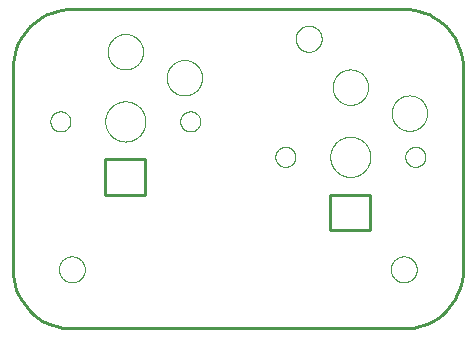
<source format=gko>
G04 EAGLE Gerber RS-274X export*
G75*
%MOMM*%
%FSLAX34Y34*%
%LPD*%
%INBoard Outline*%
%IPPOS*%
%AMOC8*
5,1,8,0,0,1.08239X$1,22.5*%
G01*
G04 Define Apertures*
%ADD10C,0.000000*%
%ADD11C,0.254000*%
D10*
X129500Y-125250D02*
X129503Y-124980D01*
X129513Y-124710D01*
X129530Y-124441D01*
X129553Y-124172D01*
X129583Y-123903D01*
X129619Y-123636D01*
X129662Y-123369D01*
X129711Y-123104D01*
X129767Y-122840D01*
X129830Y-122577D01*
X129898Y-122316D01*
X129974Y-122057D01*
X130055Y-121800D01*
X130143Y-121544D01*
X130237Y-121291D01*
X130337Y-121040D01*
X130444Y-120792D01*
X130556Y-120547D01*
X130675Y-120304D01*
X130799Y-120065D01*
X130929Y-119828D01*
X131065Y-119595D01*
X131207Y-119365D01*
X131354Y-119139D01*
X131507Y-118916D01*
X131665Y-118697D01*
X131828Y-118482D01*
X131997Y-118272D01*
X132171Y-118065D01*
X132350Y-117863D01*
X132533Y-117665D01*
X132722Y-117472D01*
X132915Y-117283D01*
X133113Y-117100D01*
X133315Y-116921D01*
X133522Y-116747D01*
X133732Y-116578D01*
X133947Y-116415D01*
X134166Y-116257D01*
X134389Y-116104D01*
X134615Y-115957D01*
X134845Y-115815D01*
X135078Y-115679D01*
X135315Y-115549D01*
X135554Y-115425D01*
X135797Y-115306D01*
X136042Y-115194D01*
X136290Y-115087D01*
X136541Y-114987D01*
X136794Y-114893D01*
X137050Y-114805D01*
X137307Y-114724D01*
X137566Y-114648D01*
X137827Y-114580D01*
X138090Y-114517D01*
X138354Y-114461D01*
X138619Y-114412D01*
X138886Y-114369D01*
X139153Y-114333D01*
X139422Y-114303D01*
X139691Y-114280D01*
X139960Y-114263D01*
X140230Y-114253D01*
X140500Y-114250D01*
X140770Y-114253D01*
X141040Y-114263D01*
X141309Y-114280D01*
X141578Y-114303D01*
X141847Y-114333D01*
X142114Y-114369D01*
X142381Y-114412D01*
X142646Y-114461D01*
X142910Y-114517D01*
X143173Y-114580D01*
X143434Y-114648D01*
X143693Y-114724D01*
X143950Y-114805D01*
X144206Y-114893D01*
X144459Y-114987D01*
X144710Y-115087D01*
X144958Y-115194D01*
X145203Y-115306D01*
X145446Y-115425D01*
X145685Y-115549D01*
X145922Y-115679D01*
X146155Y-115815D01*
X146385Y-115957D01*
X146611Y-116104D01*
X146834Y-116257D01*
X147053Y-116415D01*
X147268Y-116578D01*
X147478Y-116747D01*
X147685Y-116921D01*
X147887Y-117100D01*
X148085Y-117283D01*
X148278Y-117472D01*
X148467Y-117665D01*
X148650Y-117863D01*
X148829Y-118065D01*
X149003Y-118272D01*
X149172Y-118482D01*
X149335Y-118697D01*
X149493Y-118916D01*
X149646Y-119139D01*
X149793Y-119365D01*
X149935Y-119595D01*
X150071Y-119828D01*
X150201Y-120065D01*
X150325Y-120304D01*
X150444Y-120547D01*
X150556Y-120792D01*
X150663Y-121040D01*
X150763Y-121291D01*
X150857Y-121544D01*
X150945Y-121800D01*
X151026Y-122057D01*
X151102Y-122316D01*
X151170Y-122577D01*
X151233Y-122840D01*
X151289Y-123104D01*
X151338Y-123369D01*
X151381Y-123636D01*
X151417Y-123903D01*
X151447Y-124172D01*
X151470Y-124441D01*
X151487Y-124710D01*
X151497Y-124980D01*
X151500Y-125250D01*
X151497Y-125520D01*
X151487Y-125790D01*
X151470Y-126059D01*
X151447Y-126328D01*
X151417Y-126597D01*
X151381Y-126864D01*
X151338Y-127131D01*
X151289Y-127396D01*
X151233Y-127660D01*
X151170Y-127923D01*
X151102Y-128184D01*
X151026Y-128443D01*
X150945Y-128700D01*
X150857Y-128956D01*
X150763Y-129209D01*
X150663Y-129460D01*
X150556Y-129708D01*
X150444Y-129953D01*
X150325Y-130196D01*
X150201Y-130435D01*
X150071Y-130672D01*
X149935Y-130905D01*
X149793Y-131135D01*
X149646Y-131361D01*
X149493Y-131584D01*
X149335Y-131803D01*
X149172Y-132018D01*
X149003Y-132228D01*
X148829Y-132435D01*
X148650Y-132637D01*
X148467Y-132835D01*
X148278Y-133028D01*
X148085Y-133217D01*
X147887Y-133400D01*
X147685Y-133579D01*
X147478Y-133753D01*
X147268Y-133922D01*
X147053Y-134085D01*
X146834Y-134243D01*
X146611Y-134396D01*
X146385Y-134543D01*
X146155Y-134685D01*
X145922Y-134821D01*
X145685Y-134951D01*
X145446Y-135075D01*
X145203Y-135194D01*
X144958Y-135306D01*
X144710Y-135413D01*
X144459Y-135513D01*
X144206Y-135607D01*
X143950Y-135695D01*
X143693Y-135776D01*
X143434Y-135852D01*
X143173Y-135920D01*
X142910Y-135983D01*
X142646Y-136039D01*
X142381Y-136088D01*
X142114Y-136131D01*
X141847Y-136167D01*
X141578Y-136197D01*
X141309Y-136220D01*
X141040Y-136237D01*
X140770Y-136247D01*
X140500Y-136250D01*
X140230Y-136247D01*
X139960Y-136237D01*
X139691Y-136220D01*
X139422Y-136197D01*
X139153Y-136167D01*
X138886Y-136131D01*
X138619Y-136088D01*
X138354Y-136039D01*
X138090Y-135983D01*
X137827Y-135920D01*
X137566Y-135852D01*
X137307Y-135776D01*
X137050Y-135695D01*
X136794Y-135607D01*
X136541Y-135513D01*
X136290Y-135413D01*
X136042Y-135306D01*
X135797Y-135194D01*
X135554Y-135075D01*
X135315Y-134951D01*
X135078Y-134821D01*
X134845Y-134685D01*
X134615Y-134543D01*
X134389Y-134396D01*
X134166Y-134243D01*
X133947Y-134085D01*
X133732Y-133922D01*
X133522Y-133753D01*
X133315Y-133579D01*
X133113Y-133400D01*
X132915Y-133217D01*
X132722Y-133028D01*
X132533Y-132835D01*
X132350Y-132637D01*
X132171Y-132435D01*
X131997Y-132228D01*
X131828Y-132018D01*
X131665Y-131803D01*
X131507Y-131584D01*
X131354Y-131361D01*
X131207Y-131135D01*
X131065Y-130905D01*
X130929Y-130672D01*
X130799Y-130435D01*
X130675Y-130196D01*
X130556Y-129953D01*
X130444Y-129708D01*
X130337Y-129460D01*
X130237Y-129209D01*
X130143Y-128956D01*
X130055Y-128700D01*
X129974Y-128443D01*
X129898Y-128184D01*
X129830Y-127923D01*
X129767Y-127660D01*
X129711Y-127396D01*
X129662Y-127131D01*
X129619Y-126864D01*
X129583Y-126597D01*
X129553Y-126328D01*
X129530Y-126059D01*
X129513Y-125790D01*
X129503Y-125520D01*
X129500Y-125250D01*
X-151500Y-125250D02*
X-151497Y-124980D01*
X-151487Y-124710D01*
X-151470Y-124441D01*
X-151447Y-124172D01*
X-151417Y-123903D01*
X-151381Y-123636D01*
X-151338Y-123369D01*
X-151289Y-123104D01*
X-151233Y-122840D01*
X-151170Y-122577D01*
X-151102Y-122316D01*
X-151026Y-122057D01*
X-150945Y-121800D01*
X-150857Y-121544D01*
X-150763Y-121291D01*
X-150663Y-121040D01*
X-150556Y-120792D01*
X-150444Y-120547D01*
X-150325Y-120304D01*
X-150201Y-120065D01*
X-150071Y-119828D01*
X-149935Y-119595D01*
X-149793Y-119365D01*
X-149646Y-119139D01*
X-149493Y-118916D01*
X-149335Y-118697D01*
X-149172Y-118482D01*
X-149003Y-118272D01*
X-148829Y-118065D01*
X-148650Y-117863D01*
X-148467Y-117665D01*
X-148278Y-117472D01*
X-148085Y-117283D01*
X-147887Y-117100D01*
X-147685Y-116921D01*
X-147478Y-116747D01*
X-147268Y-116578D01*
X-147053Y-116415D01*
X-146834Y-116257D01*
X-146611Y-116104D01*
X-146385Y-115957D01*
X-146155Y-115815D01*
X-145922Y-115679D01*
X-145685Y-115549D01*
X-145446Y-115425D01*
X-145203Y-115306D01*
X-144958Y-115194D01*
X-144710Y-115087D01*
X-144459Y-114987D01*
X-144206Y-114893D01*
X-143950Y-114805D01*
X-143693Y-114724D01*
X-143434Y-114648D01*
X-143173Y-114580D01*
X-142910Y-114517D01*
X-142646Y-114461D01*
X-142381Y-114412D01*
X-142114Y-114369D01*
X-141847Y-114333D01*
X-141578Y-114303D01*
X-141309Y-114280D01*
X-141040Y-114263D01*
X-140770Y-114253D01*
X-140500Y-114250D01*
X-140230Y-114253D01*
X-139960Y-114263D01*
X-139691Y-114280D01*
X-139422Y-114303D01*
X-139153Y-114333D01*
X-138886Y-114369D01*
X-138619Y-114412D01*
X-138354Y-114461D01*
X-138090Y-114517D01*
X-137827Y-114580D01*
X-137566Y-114648D01*
X-137307Y-114724D01*
X-137050Y-114805D01*
X-136794Y-114893D01*
X-136541Y-114987D01*
X-136290Y-115087D01*
X-136042Y-115194D01*
X-135797Y-115306D01*
X-135554Y-115425D01*
X-135315Y-115549D01*
X-135078Y-115679D01*
X-134845Y-115815D01*
X-134615Y-115957D01*
X-134389Y-116104D01*
X-134166Y-116257D01*
X-133947Y-116415D01*
X-133732Y-116578D01*
X-133522Y-116747D01*
X-133315Y-116921D01*
X-133113Y-117100D01*
X-132915Y-117283D01*
X-132722Y-117472D01*
X-132533Y-117665D01*
X-132350Y-117863D01*
X-132171Y-118065D01*
X-131997Y-118272D01*
X-131828Y-118482D01*
X-131665Y-118697D01*
X-131507Y-118916D01*
X-131354Y-119139D01*
X-131207Y-119365D01*
X-131065Y-119595D01*
X-130929Y-119828D01*
X-130799Y-120065D01*
X-130675Y-120304D01*
X-130556Y-120547D01*
X-130444Y-120792D01*
X-130337Y-121040D01*
X-130237Y-121291D01*
X-130143Y-121544D01*
X-130055Y-121800D01*
X-129974Y-122057D01*
X-129898Y-122316D01*
X-129830Y-122577D01*
X-129767Y-122840D01*
X-129711Y-123104D01*
X-129662Y-123369D01*
X-129619Y-123636D01*
X-129583Y-123903D01*
X-129553Y-124172D01*
X-129530Y-124441D01*
X-129513Y-124710D01*
X-129503Y-124980D01*
X-129500Y-125250D01*
X-129503Y-125520D01*
X-129513Y-125790D01*
X-129530Y-126059D01*
X-129553Y-126328D01*
X-129583Y-126597D01*
X-129619Y-126864D01*
X-129662Y-127131D01*
X-129711Y-127396D01*
X-129767Y-127660D01*
X-129830Y-127923D01*
X-129898Y-128184D01*
X-129974Y-128443D01*
X-130055Y-128700D01*
X-130143Y-128956D01*
X-130237Y-129209D01*
X-130337Y-129460D01*
X-130444Y-129708D01*
X-130556Y-129953D01*
X-130675Y-130196D01*
X-130799Y-130435D01*
X-130929Y-130672D01*
X-131065Y-130905D01*
X-131207Y-131135D01*
X-131354Y-131361D01*
X-131507Y-131584D01*
X-131665Y-131803D01*
X-131828Y-132018D01*
X-131997Y-132228D01*
X-132171Y-132435D01*
X-132350Y-132637D01*
X-132533Y-132835D01*
X-132722Y-133028D01*
X-132915Y-133217D01*
X-133113Y-133400D01*
X-133315Y-133579D01*
X-133522Y-133753D01*
X-133732Y-133922D01*
X-133947Y-134085D01*
X-134166Y-134243D01*
X-134389Y-134396D01*
X-134615Y-134543D01*
X-134845Y-134685D01*
X-135078Y-134821D01*
X-135315Y-134951D01*
X-135554Y-135075D01*
X-135797Y-135194D01*
X-136042Y-135306D01*
X-136290Y-135413D01*
X-136541Y-135513D01*
X-136794Y-135607D01*
X-137050Y-135695D01*
X-137307Y-135776D01*
X-137566Y-135852D01*
X-137827Y-135920D01*
X-138090Y-135983D01*
X-138354Y-136039D01*
X-138619Y-136088D01*
X-138886Y-136131D01*
X-139153Y-136167D01*
X-139422Y-136197D01*
X-139691Y-136220D01*
X-139960Y-136237D01*
X-140230Y-136247D01*
X-140500Y-136250D01*
X-140770Y-136247D01*
X-141040Y-136237D01*
X-141309Y-136220D01*
X-141578Y-136197D01*
X-141847Y-136167D01*
X-142114Y-136131D01*
X-142381Y-136088D01*
X-142646Y-136039D01*
X-142910Y-135983D01*
X-143173Y-135920D01*
X-143434Y-135852D01*
X-143693Y-135776D01*
X-143950Y-135695D01*
X-144206Y-135607D01*
X-144459Y-135513D01*
X-144710Y-135413D01*
X-144958Y-135306D01*
X-145203Y-135194D01*
X-145446Y-135075D01*
X-145685Y-134951D01*
X-145922Y-134821D01*
X-146155Y-134685D01*
X-146385Y-134543D01*
X-146611Y-134396D01*
X-146834Y-134243D01*
X-147053Y-134085D01*
X-147268Y-133922D01*
X-147478Y-133753D01*
X-147685Y-133579D01*
X-147887Y-133400D01*
X-148085Y-133217D01*
X-148278Y-133028D01*
X-148467Y-132835D01*
X-148650Y-132637D01*
X-148829Y-132435D01*
X-149003Y-132228D01*
X-149172Y-132018D01*
X-149335Y-131803D01*
X-149493Y-131584D01*
X-149646Y-131361D01*
X-149793Y-131135D01*
X-149935Y-130905D01*
X-150071Y-130672D01*
X-150201Y-130435D01*
X-150325Y-130196D01*
X-150444Y-129953D01*
X-150556Y-129708D01*
X-150663Y-129460D01*
X-150763Y-129209D01*
X-150857Y-128956D01*
X-150945Y-128700D01*
X-151026Y-128443D01*
X-151102Y-128184D01*
X-151170Y-127923D01*
X-151233Y-127660D01*
X-151289Y-127396D01*
X-151338Y-127131D01*
X-151381Y-126864D01*
X-151417Y-126597D01*
X-151447Y-126328D01*
X-151470Y-126059D01*
X-151487Y-125790D01*
X-151497Y-125520D01*
X-151500Y-125250D01*
X49000Y70000D02*
X49003Y70270D01*
X49013Y70540D01*
X49030Y70809D01*
X49053Y71078D01*
X49083Y71347D01*
X49119Y71614D01*
X49162Y71881D01*
X49211Y72146D01*
X49267Y72410D01*
X49330Y72673D01*
X49398Y72934D01*
X49474Y73193D01*
X49555Y73450D01*
X49643Y73706D01*
X49737Y73959D01*
X49837Y74210D01*
X49944Y74458D01*
X50056Y74703D01*
X50175Y74946D01*
X50299Y75185D01*
X50429Y75422D01*
X50565Y75655D01*
X50707Y75885D01*
X50854Y76111D01*
X51007Y76334D01*
X51165Y76553D01*
X51328Y76768D01*
X51497Y76978D01*
X51671Y77185D01*
X51850Y77387D01*
X52033Y77585D01*
X52222Y77778D01*
X52415Y77967D01*
X52613Y78150D01*
X52815Y78329D01*
X53022Y78503D01*
X53232Y78672D01*
X53447Y78835D01*
X53666Y78993D01*
X53889Y79146D01*
X54115Y79293D01*
X54345Y79435D01*
X54578Y79571D01*
X54815Y79701D01*
X55054Y79825D01*
X55297Y79944D01*
X55542Y80056D01*
X55790Y80163D01*
X56041Y80263D01*
X56294Y80357D01*
X56550Y80445D01*
X56807Y80526D01*
X57066Y80602D01*
X57327Y80670D01*
X57590Y80733D01*
X57854Y80789D01*
X58119Y80838D01*
X58386Y80881D01*
X58653Y80917D01*
X58922Y80947D01*
X59191Y80970D01*
X59460Y80987D01*
X59730Y80997D01*
X60000Y81000D01*
X60270Y80997D01*
X60540Y80987D01*
X60809Y80970D01*
X61078Y80947D01*
X61347Y80917D01*
X61614Y80881D01*
X61881Y80838D01*
X62146Y80789D01*
X62410Y80733D01*
X62673Y80670D01*
X62934Y80602D01*
X63193Y80526D01*
X63450Y80445D01*
X63706Y80357D01*
X63959Y80263D01*
X64210Y80163D01*
X64458Y80056D01*
X64703Y79944D01*
X64946Y79825D01*
X65185Y79701D01*
X65422Y79571D01*
X65655Y79435D01*
X65885Y79293D01*
X66111Y79146D01*
X66334Y78993D01*
X66553Y78835D01*
X66768Y78672D01*
X66978Y78503D01*
X67185Y78329D01*
X67387Y78150D01*
X67585Y77967D01*
X67778Y77778D01*
X67967Y77585D01*
X68150Y77387D01*
X68329Y77185D01*
X68503Y76978D01*
X68672Y76768D01*
X68835Y76553D01*
X68993Y76334D01*
X69146Y76111D01*
X69293Y75885D01*
X69435Y75655D01*
X69571Y75422D01*
X69701Y75185D01*
X69825Y74946D01*
X69944Y74703D01*
X70056Y74458D01*
X70163Y74210D01*
X70263Y73959D01*
X70357Y73706D01*
X70445Y73450D01*
X70526Y73193D01*
X70602Y72934D01*
X70670Y72673D01*
X70733Y72410D01*
X70789Y72146D01*
X70838Y71881D01*
X70881Y71614D01*
X70917Y71347D01*
X70947Y71078D01*
X70970Y70809D01*
X70987Y70540D01*
X70997Y70270D01*
X71000Y70000D01*
X70997Y69730D01*
X70987Y69460D01*
X70970Y69191D01*
X70947Y68922D01*
X70917Y68653D01*
X70881Y68386D01*
X70838Y68119D01*
X70789Y67854D01*
X70733Y67590D01*
X70670Y67327D01*
X70602Y67066D01*
X70526Y66807D01*
X70445Y66550D01*
X70357Y66294D01*
X70263Y66041D01*
X70163Y65790D01*
X70056Y65542D01*
X69944Y65297D01*
X69825Y65054D01*
X69701Y64815D01*
X69571Y64578D01*
X69435Y64345D01*
X69293Y64115D01*
X69146Y63889D01*
X68993Y63666D01*
X68835Y63447D01*
X68672Y63232D01*
X68503Y63022D01*
X68329Y62815D01*
X68150Y62613D01*
X67967Y62415D01*
X67778Y62222D01*
X67585Y62033D01*
X67387Y61850D01*
X67185Y61671D01*
X66978Y61497D01*
X66768Y61328D01*
X66553Y61165D01*
X66334Y61007D01*
X66111Y60854D01*
X65885Y60707D01*
X65655Y60565D01*
X65422Y60429D01*
X65185Y60299D01*
X64946Y60175D01*
X64703Y60056D01*
X64458Y59944D01*
X64210Y59837D01*
X63959Y59737D01*
X63706Y59643D01*
X63450Y59555D01*
X63193Y59474D01*
X62934Y59398D01*
X62673Y59330D01*
X62410Y59267D01*
X62146Y59211D01*
X61881Y59162D01*
X61614Y59119D01*
X61347Y59083D01*
X61078Y59053D01*
X60809Y59030D01*
X60540Y59013D01*
X60270Y59003D01*
X60000Y59000D01*
X59730Y59003D01*
X59460Y59013D01*
X59191Y59030D01*
X58922Y59053D01*
X58653Y59083D01*
X58386Y59119D01*
X58119Y59162D01*
X57854Y59211D01*
X57590Y59267D01*
X57327Y59330D01*
X57066Y59398D01*
X56807Y59474D01*
X56550Y59555D01*
X56294Y59643D01*
X56041Y59737D01*
X55790Y59837D01*
X55542Y59944D01*
X55297Y60056D01*
X55054Y60175D01*
X54815Y60299D01*
X54578Y60429D01*
X54345Y60565D01*
X54115Y60707D01*
X53889Y60854D01*
X53666Y61007D01*
X53447Y61165D01*
X53232Y61328D01*
X53022Y61497D01*
X52815Y61671D01*
X52613Y61850D01*
X52415Y62033D01*
X52222Y62222D01*
X52033Y62415D01*
X51850Y62613D01*
X51671Y62815D01*
X51497Y63022D01*
X51328Y63232D01*
X51165Y63447D01*
X51007Y63666D01*
X50854Y63889D01*
X50707Y64115D01*
X50565Y64345D01*
X50429Y64578D01*
X50299Y64815D01*
X50175Y65054D01*
X50056Y65297D01*
X49944Y65542D01*
X49837Y65790D01*
X49737Y66041D01*
X49643Y66294D01*
X49555Y66550D01*
X49474Y66807D01*
X49398Y67066D01*
X49330Y67327D01*
X49267Y67590D01*
X49211Y67854D01*
X49162Y68119D01*
X49119Y68386D01*
X49083Y68653D01*
X49053Y68922D01*
X49030Y69191D01*
X49013Y69460D01*
X49003Y69730D01*
X49000Y70000D01*
X-140500Y95250D02*
X-141708Y95235D01*
X-142916Y95192D01*
X-144122Y95119D01*
X-145326Y95017D01*
X-146527Y94885D01*
X-147724Y94725D01*
X-148918Y94536D01*
X-150106Y94319D01*
X-151289Y94072D01*
X-152466Y93797D01*
X-153635Y93494D01*
X-154797Y93162D01*
X-155951Y92803D01*
X-157095Y92416D01*
X-158230Y92001D01*
X-159355Y91559D01*
X-160468Y91090D01*
X-161570Y90594D01*
X-162660Y90071D01*
X-163736Y89523D01*
X-164799Y88948D01*
X-165848Y88348D01*
X-166882Y87723D01*
X-167901Y87074D01*
X-168903Y86399D01*
X-169889Y85701D01*
X-170858Y84979D01*
X-171809Y84234D01*
X-172742Y83466D01*
X-173656Y82676D01*
X-174551Y81863D01*
X-175426Y81030D01*
X-176280Y80176D01*
X-177113Y79301D01*
X-177926Y78406D01*
X-178716Y77492D01*
X-179484Y76559D01*
X-180229Y75608D01*
X-180951Y74639D01*
X-181649Y73653D01*
X-182324Y72651D01*
X-182973Y71632D01*
X-183598Y70598D01*
X-184198Y69549D01*
X-184773Y68486D01*
X-185321Y67410D01*
X-185844Y66320D01*
X-186340Y65218D01*
X-186809Y64105D01*
X-187251Y62980D01*
X-187666Y61845D01*
X-188053Y60701D01*
X-188412Y59547D01*
X-188744Y58385D01*
X-189047Y57216D01*
X-189322Y56039D01*
X-189569Y54856D01*
X-189786Y53668D01*
X-189975Y52474D01*
X-190135Y51277D01*
X-190267Y50076D01*
X-190369Y48872D01*
X-190442Y47666D01*
X-190485Y46458D01*
X-190500Y45250D01*
X-190500Y-125250D01*
X-190485Y-126458D01*
X-190442Y-127666D01*
X-190369Y-128872D01*
X-190267Y-130076D01*
X-190135Y-131277D01*
X-189975Y-132474D01*
X-189786Y-133668D01*
X-189569Y-134856D01*
X-189322Y-136039D01*
X-189047Y-137216D01*
X-188744Y-138385D01*
X-188412Y-139547D01*
X-188053Y-140701D01*
X-187666Y-141845D01*
X-187251Y-142980D01*
X-186809Y-144105D01*
X-186340Y-145218D01*
X-185844Y-146320D01*
X-185321Y-147410D01*
X-184773Y-148486D01*
X-184198Y-149549D01*
X-183598Y-150598D01*
X-182973Y-151632D01*
X-182324Y-152651D01*
X-181649Y-153653D01*
X-180951Y-154639D01*
X-180229Y-155608D01*
X-179484Y-156559D01*
X-178716Y-157492D01*
X-177926Y-158406D01*
X-177113Y-159301D01*
X-176280Y-160176D01*
X-175426Y-161030D01*
X-174551Y-161863D01*
X-173656Y-162676D01*
X-172742Y-163466D01*
X-171809Y-164234D01*
X-170858Y-164979D01*
X-169889Y-165701D01*
X-168903Y-166399D01*
X-167901Y-167074D01*
X-166882Y-167723D01*
X-165848Y-168348D01*
X-164799Y-168948D01*
X-163736Y-169523D01*
X-162660Y-170071D01*
X-161570Y-170594D01*
X-160468Y-171090D01*
X-159355Y-171559D01*
X-158230Y-172001D01*
X-157095Y-172416D01*
X-155951Y-172803D01*
X-154797Y-173162D01*
X-153635Y-173494D01*
X-152466Y-173797D01*
X-151289Y-174072D01*
X-150106Y-174319D01*
X-148918Y-174536D01*
X-147724Y-174725D01*
X-146527Y-174885D01*
X-145326Y-175017D01*
X-144122Y-175119D01*
X-142916Y-175192D01*
X-141708Y-175235D01*
X-140500Y-175250D01*
X140500Y-175250D01*
X141708Y-175235D01*
X142916Y-175192D01*
X144122Y-175119D01*
X145326Y-175017D01*
X146527Y-174885D01*
X147724Y-174725D01*
X148918Y-174536D01*
X150106Y-174319D01*
X151289Y-174072D01*
X152466Y-173797D01*
X153635Y-173494D01*
X154797Y-173162D01*
X155951Y-172803D01*
X157095Y-172416D01*
X158230Y-172001D01*
X159355Y-171559D01*
X160468Y-171090D01*
X161570Y-170594D01*
X162660Y-170071D01*
X163736Y-169523D01*
X164799Y-168948D01*
X165848Y-168348D01*
X166882Y-167723D01*
X167901Y-167074D01*
X168903Y-166399D01*
X169889Y-165701D01*
X170858Y-164979D01*
X171809Y-164234D01*
X172742Y-163466D01*
X173656Y-162676D01*
X174551Y-161863D01*
X175426Y-161030D01*
X176280Y-160176D01*
X177113Y-159301D01*
X177926Y-158406D01*
X178716Y-157492D01*
X179484Y-156559D01*
X180229Y-155608D01*
X180951Y-154639D01*
X181649Y-153653D01*
X182324Y-152651D01*
X182973Y-151632D01*
X183598Y-150598D01*
X184198Y-149549D01*
X184773Y-148486D01*
X185321Y-147410D01*
X185844Y-146320D01*
X186340Y-145218D01*
X186809Y-144105D01*
X187251Y-142980D01*
X187666Y-141845D01*
X188053Y-140701D01*
X188412Y-139547D01*
X188744Y-138385D01*
X189047Y-137216D01*
X189322Y-136039D01*
X189569Y-134856D01*
X189786Y-133668D01*
X189975Y-132474D01*
X190135Y-131277D01*
X190267Y-130076D01*
X190369Y-128872D01*
X190442Y-127666D01*
X190485Y-126458D01*
X190500Y-125250D01*
X190500Y45250D01*
X190485Y46458D01*
X190442Y47666D01*
X190369Y48872D01*
X190267Y50076D01*
X190135Y51277D01*
X189975Y52474D01*
X189786Y53668D01*
X189569Y54856D01*
X189322Y56039D01*
X189047Y57216D01*
X188744Y58385D01*
X188412Y59547D01*
X188053Y60701D01*
X187666Y61845D01*
X187251Y62980D01*
X186809Y64105D01*
X186340Y65218D01*
X185844Y66320D01*
X185321Y67410D01*
X184773Y68486D01*
X184198Y69549D01*
X183598Y70598D01*
X182973Y71632D01*
X182324Y72651D01*
X181649Y73653D01*
X180951Y74639D01*
X180229Y75608D01*
X179484Y76559D01*
X178716Y77492D01*
X177926Y78406D01*
X177113Y79301D01*
X176280Y80176D01*
X175426Y81030D01*
X174551Y81863D01*
X173656Y82676D01*
X172742Y83466D01*
X171809Y84234D01*
X170858Y84979D01*
X169889Y85701D01*
X168903Y86399D01*
X167901Y87074D01*
X166882Y87723D01*
X165848Y88348D01*
X164799Y88948D01*
X163736Y89523D01*
X162660Y90071D01*
X161570Y90594D01*
X160468Y91090D01*
X159355Y91559D01*
X158230Y92001D01*
X157095Y92416D01*
X155951Y92803D01*
X154797Y93162D01*
X153635Y93494D01*
X152466Y93797D01*
X151289Y94072D01*
X150106Y94319D01*
X148918Y94536D01*
X147724Y94725D01*
X146527Y94885D01*
X145326Y95017D01*
X144122Y95119D01*
X142916Y95192D01*
X141708Y95235D01*
X140500Y95250D01*
X-140500Y95250D01*
X-112351Y-32000D02*
X-78351Y-32000D01*
X-112351Y-32000D02*
X-112351Y-62000D01*
X-78351Y-62000D01*
X-78351Y-32000D01*
X78149Y-62000D02*
X112149Y-62000D01*
X78149Y-62000D02*
X78149Y-92000D01*
X112149Y-92000D01*
X112149Y-62000D01*
X-112250Y0D02*
X-112245Y417D01*
X-112230Y834D01*
X-112204Y1251D01*
X-112168Y1666D01*
X-112122Y2081D01*
X-112066Y2494D01*
X-112000Y2906D01*
X-111923Y3317D01*
X-111837Y3725D01*
X-111741Y4131D01*
X-111634Y4534D01*
X-111518Y4935D01*
X-111392Y5333D01*
X-111256Y5727D01*
X-111111Y6118D01*
X-110956Y6506D01*
X-110792Y6889D01*
X-110618Y7268D01*
X-110435Y7643D01*
X-110243Y8014D01*
X-110041Y8379D01*
X-109831Y8740D01*
X-109613Y9095D01*
X-109385Y9445D01*
X-109149Y9789D01*
X-108905Y10127D01*
X-108652Y10459D01*
X-108391Y10785D01*
X-108123Y11104D01*
X-107846Y11417D01*
X-107562Y11722D01*
X-107271Y12021D01*
X-106972Y12312D01*
X-106667Y12596D01*
X-106354Y12873D01*
X-106035Y13141D01*
X-105709Y13402D01*
X-105377Y13655D01*
X-105039Y13899D01*
X-104695Y14135D01*
X-104345Y14363D01*
X-103990Y14581D01*
X-103629Y14791D01*
X-103264Y14993D01*
X-102893Y15185D01*
X-102518Y15368D01*
X-102139Y15542D01*
X-101756Y15706D01*
X-101368Y15861D01*
X-100977Y16006D01*
X-100583Y16142D01*
X-100185Y16268D01*
X-99784Y16384D01*
X-99381Y16491D01*
X-98975Y16587D01*
X-98567Y16673D01*
X-98156Y16750D01*
X-97744Y16816D01*
X-97331Y16872D01*
X-96916Y16918D01*
X-96501Y16954D01*
X-96084Y16980D01*
X-95667Y16995D01*
X-95250Y17000D01*
X-94833Y16995D01*
X-94416Y16980D01*
X-93999Y16954D01*
X-93584Y16918D01*
X-93169Y16872D01*
X-92756Y16816D01*
X-92344Y16750D01*
X-91933Y16673D01*
X-91525Y16587D01*
X-91119Y16491D01*
X-90716Y16384D01*
X-90315Y16268D01*
X-89917Y16142D01*
X-89523Y16006D01*
X-89132Y15861D01*
X-88744Y15706D01*
X-88361Y15542D01*
X-87982Y15368D01*
X-87607Y15185D01*
X-87236Y14993D01*
X-86871Y14791D01*
X-86510Y14581D01*
X-86155Y14363D01*
X-85805Y14135D01*
X-85461Y13899D01*
X-85123Y13655D01*
X-84791Y13402D01*
X-84465Y13141D01*
X-84146Y12873D01*
X-83833Y12596D01*
X-83528Y12312D01*
X-83229Y12021D01*
X-82938Y11722D01*
X-82654Y11417D01*
X-82377Y11104D01*
X-82109Y10785D01*
X-81848Y10459D01*
X-81595Y10127D01*
X-81351Y9789D01*
X-81115Y9445D01*
X-80887Y9095D01*
X-80669Y8740D01*
X-80459Y8379D01*
X-80257Y8014D01*
X-80065Y7643D01*
X-79882Y7268D01*
X-79708Y6889D01*
X-79544Y6506D01*
X-79389Y6118D01*
X-79244Y5727D01*
X-79108Y5333D01*
X-78982Y4935D01*
X-78866Y4534D01*
X-78759Y4131D01*
X-78663Y3725D01*
X-78577Y3317D01*
X-78500Y2906D01*
X-78434Y2494D01*
X-78378Y2081D01*
X-78332Y1666D01*
X-78296Y1251D01*
X-78270Y834D01*
X-78255Y417D01*
X-78250Y0D01*
X-78255Y-417D01*
X-78270Y-834D01*
X-78296Y-1251D01*
X-78332Y-1666D01*
X-78378Y-2081D01*
X-78434Y-2494D01*
X-78500Y-2906D01*
X-78577Y-3317D01*
X-78663Y-3725D01*
X-78759Y-4131D01*
X-78866Y-4534D01*
X-78982Y-4935D01*
X-79108Y-5333D01*
X-79244Y-5727D01*
X-79389Y-6118D01*
X-79544Y-6506D01*
X-79708Y-6889D01*
X-79882Y-7268D01*
X-80065Y-7643D01*
X-80257Y-8014D01*
X-80459Y-8379D01*
X-80669Y-8740D01*
X-80887Y-9095D01*
X-81115Y-9445D01*
X-81351Y-9789D01*
X-81595Y-10127D01*
X-81848Y-10459D01*
X-82109Y-10785D01*
X-82377Y-11104D01*
X-82654Y-11417D01*
X-82938Y-11722D01*
X-83229Y-12021D01*
X-83528Y-12312D01*
X-83833Y-12596D01*
X-84146Y-12873D01*
X-84465Y-13141D01*
X-84791Y-13402D01*
X-85123Y-13655D01*
X-85461Y-13899D01*
X-85805Y-14135D01*
X-86155Y-14363D01*
X-86510Y-14581D01*
X-86871Y-14791D01*
X-87236Y-14993D01*
X-87607Y-15185D01*
X-87982Y-15368D01*
X-88361Y-15542D01*
X-88744Y-15706D01*
X-89132Y-15861D01*
X-89523Y-16006D01*
X-89917Y-16142D01*
X-90315Y-16268D01*
X-90716Y-16384D01*
X-91119Y-16491D01*
X-91525Y-16587D01*
X-91933Y-16673D01*
X-92344Y-16750D01*
X-92756Y-16816D01*
X-93169Y-16872D01*
X-93584Y-16918D01*
X-93999Y-16954D01*
X-94416Y-16980D01*
X-94833Y-16995D01*
X-95250Y-17000D01*
X-95667Y-16995D01*
X-96084Y-16980D01*
X-96501Y-16954D01*
X-96916Y-16918D01*
X-97331Y-16872D01*
X-97744Y-16816D01*
X-98156Y-16750D01*
X-98567Y-16673D01*
X-98975Y-16587D01*
X-99381Y-16491D01*
X-99784Y-16384D01*
X-100185Y-16268D01*
X-100583Y-16142D01*
X-100977Y-16006D01*
X-101368Y-15861D01*
X-101756Y-15706D01*
X-102139Y-15542D01*
X-102518Y-15368D01*
X-102893Y-15185D01*
X-103264Y-14993D01*
X-103629Y-14791D01*
X-103990Y-14581D01*
X-104345Y-14363D01*
X-104695Y-14135D01*
X-105039Y-13899D01*
X-105377Y-13655D01*
X-105709Y-13402D01*
X-106035Y-13141D01*
X-106354Y-12873D01*
X-106667Y-12596D01*
X-106972Y-12312D01*
X-107271Y-12021D01*
X-107562Y-11722D01*
X-107846Y-11417D01*
X-108123Y-11104D01*
X-108391Y-10785D01*
X-108652Y-10459D01*
X-108905Y-10127D01*
X-109149Y-9789D01*
X-109385Y-9445D01*
X-109613Y-9095D01*
X-109831Y-8740D01*
X-110041Y-8379D01*
X-110243Y-8014D01*
X-110435Y-7643D01*
X-110618Y-7268D01*
X-110792Y-6889D01*
X-110956Y-6506D01*
X-111111Y-6118D01*
X-111256Y-5727D01*
X-111392Y-5333D01*
X-111518Y-4935D01*
X-111634Y-4534D01*
X-111741Y-4131D01*
X-111837Y-3725D01*
X-111923Y-3317D01*
X-112000Y-2906D01*
X-112066Y-2494D01*
X-112122Y-2081D01*
X-112168Y-1666D01*
X-112204Y-1251D01*
X-112230Y-834D01*
X-112245Y-417D01*
X-112250Y0D01*
X-158750Y0D02*
X-158747Y209D01*
X-158740Y417D01*
X-158727Y625D01*
X-158709Y833D01*
X-158686Y1040D01*
X-158658Y1247D01*
X-158625Y1453D01*
X-158587Y1658D01*
X-158543Y1862D01*
X-158495Y2065D01*
X-158442Y2267D01*
X-158384Y2467D01*
X-158321Y2666D01*
X-158253Y2864D01*
X-158180Y3059D01*
X-158103Y3253D01*
X-158021Y3445D01*
X-157934Y3634D01*
X-157842Y3822D01*
X-157746Y4007D01*
X-157646Y4190D01*
X-157541Y4370D01*
X-157431Y4547D01*
X-157317Y4722D01*
X-157199Y4894D01*
X-157077Y5063D01*
X-156951Y5229D01*
X-156821Y5392D01*
X-156686Y5552D01*
X-156548Y5708D01*
X-156406Y5861D01*
X-156260Y6010D01*
X-156111Y6156D01*
X-155958Y6298D01*
X-155802Y6436D01*
X-155642Y6571D01*
X-155479Y6701D01*
X-155313Y6827D01*
X-155144Y6949D01*
X-154972Y7067D01*
X-154797Y7181D01*
X-154620Y7291D01*
X-154440Y7396D01*
X-154257Y7496D01*
X-154072Y7592D01*
X-153884Y7684D01*
X-153695Y7771D01*
X-153503Y7853D01*
X-153309Y7930D01*
X-153114Y8003D01*
X-152916Y8071D01*
X-152717Y8134D01*
X-152517Y8192D01*
X-152315Y8245D01*
X-152112Y8293D01*
X-151908Y8337D01*
X-151703Y8375D01*
X-151497Y8408D01*
X-151290Y8436D01*
X-151083Y8459D01*
X-150875Y8477D01*
X-150667Y8490D01*
X-150459Y8497D01*
X-150250Y8500D01*
X-150041Y8497D01*
X-149833Y8490D01*
X-149625Y8477D01*
X-149417Y8459D01*
X-149210Y8436D01*
X-149003Y8408D01*
X-148797Y8375D01*
X-148592Y8337D01*
X-148388Y8293D01*
X-148185Y8245D01*
X-147983Y8192D01*
X-147783Y8134D01*
X-147584Y8071D01*
X-147386Y8003D01*
X-147191Y7930D01*
X-146997Y7853D01*
X-146805Y7771D01*
X-146616Y7684D01*
X-146428Y7592D01*
X-146243Y7496D01*
X-146060Y7396D01*
X-145880Y7291D01*
X-145703Y7181D01*
X-145528Y7067D01*
X-145356Y6949D01*
X-145187Y6827D01*
X-145021Y6701D01*
X-144858Y6571D01*
X-144698Y6436D01*
X-144542Y6298D01*
X-144389Y6156D01*
X-144240Y6010D01*
X-144094Y5861D01*
X-143952Y5708D01*
X-143814Y5552D01*
X-143679Y5392D01*
X-143549Y5229D01*
X-143423Y5063D01*
X-143301Y4894D01*
X-143183Y4722D01*
X-143069Y4547D01*
X-142959Y4370D01*
X-142854Y4190D01*
X-142754Y4007D01*
X-142658Y3822D01*
X-142566Y3634D01*
X-142479Y3445D01*
X-142397Y3253D01*
X-142320Y3059D01*
X-142247Y2864D01*
X-142179Y2666D01*
X-142116Y2467D01*
X-142058Y2267D01*
X-142005Y2065D01*
X-141957Y1862D01*
X-141913Y1658D01*
X-141875Y1453D01*
X-141842Y1247D01*
X-141814Y1040D01*
X-141791Y833D01*
X-141773Y625D01*
X-141760Y417D01*
X-141753Y209D01*
X-141750Y0D01*
X-141753Y-209D01*
X-141760Y-417D01*
X-141773Y-625D01*
X-141791Y-833D01*
X-141814Y-1040D01*
X-141842Y-1247D01*
X-141875Y-1453D01*
X-141913Y-1658D01*
X-141957Y-1862D01*
X-142005Y-2065D01*
X-142058Y-2267D01*
X-142116Y-2467D01*
X-142179Y-2666D01*
X-142247Y-2864D01*
X-142320Y-3059D01*
X-142397Y-3253D01*
X-142479Y-3445D01*
X-142566Y-3634D01*
X-142658Y-3822D01*
X-142754Y-4007D01*
X-142854Y-4190D01*
X-142959Y-4370D01*
X-143069Y-4547D01*
X-143183Y-4722D01*
X-143301Y-4894D01*
X-143423Y-5063D01*
X-143549Y-5229D01*
X-143679Y-5392D01*
X-143814Y-5552D01*
X-143952Y-5708D01*
X-144094Y-5861D01*
X-144240Y-6010D01*
X-144389Y-6156D01*
X-144542Y-6298D01*
X-144698Y-6436D01*
X-144858Y-6571D01*
X-145021Y-6701D01*
X-145187Y-6827D01*
X-145356Y-6949D01*
X-145528Y-7067D01*
X-145703Y-7181D01*
X-145880Y-7291D01*
X-146060Y-7396D01*
X-146243Y-7496D01*
X-146428Y-7592D01*
X-146616Y-7684D01*
X-146805Y-7771D01*
X-146997Y-7853D01*
X-147191Y-7930D01*
X-147386Y-8003D01*
X-147584Y-8071D01*
X-147783Y-8134D01*
X-147983Y-8192D01*
X-148185Y-8245D01*
X-148388Y-8293D01*
X-148592Y-8337D01*
X-148797Y-8375D01*
X-149003Y-8408D01*
X-149210Y-8436D01*
X-149417Y-8459D01*
X-149625Y-8477D01*
X-149833Y-8490D01*
X-150041Y-8497D01*
X-150250Y-8500D01*
X-150459Y-8497D01*
X-150667Y-8490D01*
X-150875Y-8477D01*
X-151083Y-8459D01*
X-151290Y-8436D01*
X-151497Y-8408D01*
X-151703Y-8375D01*
X-151908Y-8337D01*
X-152112Y-8293D01*
X-152315Y-8245D01*
X-152517Y-8192D01*
X-152717Y-8134D01*
X-152916Y-8071D01*
X-153114Y-8003D01*
X-153309Y-7930D01*
X-153503Y-7853D01*
X-153695Y-7771D01*
X-153884Y-7684D01*
X-154072Y-7592D01*
X-154257Y-7496D01*
X-154440Y-7396D01*
X-154620Y-7291D01*
X-154797Y-7181D01*
X-154972Y-7067D01*
X-155144Y-6949D01*
X-155313Y-6827D01*
X-155479Y-6701D01*
X-155642Y-6571D01*
X-155802Y-6436D01*
X-155958Y-6298D01*
X-156111Y-6156D01*
X-156260Y-6010D01*
X-156406Y-5861D01*
X-156548Y-5708D01*
X-156686Y-5552D01*
X-156821Y-5392D01*
X-156951Y-5229D01*
X-157077Y-5063D01*
X-157199Y-4894D01*
X-157317Y-4722D01*
X-157431Y-4547D01*
X-157541Y-4370D01*
X-157646Y-4190D01*
X-157746Y-4007D01*
X-157842Y-3822D01*
X-157934Y-3634D01*
X-158021Y-3445D01*
X-158103Y-3253D01*
X-158180Y-3059D01*
X-158253Y-2864D01*
X-158321Y-2666D01*
X-158384Y-2467D01*
X-158442Y-2267D01*
X-158495Y-2065D01*
X-158543Y-1862D01*
X-158587Y-1658D01*
X-158625Y-1453D01*
X-158658Y-1247D01*
X-158686Y-1040D01*
X-158709Y-833D01*
X-158727Y-625D01*
X-158740Y-417D01*
X-158747Y-209D01*
X-158750Y0D01*
X-48750Y0D02*
X-48747Y209D01*
X-48740Y417D01*
X-48727Y625D01*
X-48709Y833D01*
X-48686Y1040D01*
X-48658Y1247D01*
X-48625Y1453D01*
X-48587Y1658D01*
X-48543Y1862D01*
X-48495Y2065D01*
X-48442Y2267D01*
X-48384Y2467D01*
X-48321Y2666D01*
X-48253Y2864D01*
X-48180Y3059D01*
X-48103Y3253D01*
X-48021Y3445D01*
X-47934Y3634D01*
X-47842Y3822D01*
X-47746Y4007D01*
X-47646Y4190D01*
X-47541Y4370D01*
X-47431Y4547D01*
X-47317Y4722D01*
X-47199Y4894D01*
X-47077Y5063D01*
X-46951Y5229D01*
X-46821Y5392D01*
X-46686Y5552D01*
X-46548Y5708D01*
X-46406Y5861D01*
X-46260Y6010D01*
X-46111Y6156D01*
X-45958Y6298D01*
X-45802Y6436D01*
X-45642Y6571D01*
X-45479Y6701D01*
X-45313Y6827D01*
X-45144Y6949D01*
X-44972Y7067D01*
X-44797Y7181D01*
X-44620Y7291D01*
X-44440Y7396D01*
X-44257Y7496D01*
X-44072Y7592D01*
X-43884Y7684D01*
X-43695Y7771D01*
X-43503Y7853D01*
X-43309Y7930D01*
X-43114Y8003D01*
X-42916Y8071D01*
X-42717Y8134D01*
X-42517Y8192D01*
X-42315Y8245D01*
X-42112Y8293D01*
X-41908Y8337D01*
X-41703Y8375D01*
X-41497Y8408D01*
X-41290Y8436D01*
X-41083Y8459D01*
X-40875Y8477D01*
X-40667Y8490D01*
X-40459Y8497D01*
X-40250Y8500D01*
X-40041Y8497D01*
X-39833Y8490D01*
X-39625Y8477D01*
X-39417Y8459D01*
X-39210Y8436D01*
X-39003Y8408D01*
X-38797Y8375D01*
X-38592Y8337D01*
X-38388Y8293D01*
X-38185Y8245D01*
X-37983Y8192D01*
X-37783Y8134D01*
X-37584Y8071D01*
X-37386Y8003D01*
X-37191Y7930D01*
X-36997Y7853D01*
X-36805Y7771D01*
X-36616Y7684D01*
X-36428Y7592D01*
X-36243Y7496D01*
X-36060Y7396D01*
X-35880Y7291D01*
X-35703Y7181D01*
X-35528Y7067D01*
X-35356Y6949D01*
X-35187Y6827D01*
X-35021Y6701D01*
X-34858Y6571D01*
X-34698Y6436D01*
X-34542Y6298D01*
X-34389Y6156D01*
X-34240Y6010D01*
X-34094Y5861D01*
X-33952Y5708D01*
X-33814Y5552D01*
X-33679Y5392D01*
X-33549Y5229D01*
X-33423Y5063D01*
X-33301Y4894D01*
X-33183Y4722D01*
X-33069Y4547D01*
X-32959Y4370D01*
X-32854Y4190D01*
X-32754Y4007D01*
X-32658Y3822D01*
X-32566Y3634D01*
X-32479Y3445D01*
X-32397Y3253D01*
X-32320Y3059D01*
X-32247Y2864D01*
X-32179Y2666D01*
X-32116Y2467D01*
X-32058Y2267D01*
X-32005Y2065D01*
X-31957Y1862D01*
X-31913Y1658D01*
X-31875Y1453D01*
X-31842Y1247D01*
X-31814Y1040D01*
X-31791Y833D01*
X-31773Y625D01*
X-31760Y417D01*
X-31753Y209D01*
X-31750Y0D01*
X-31753Y-209D01*
X-31760Y-417D01*
X-31773Y-625D01*
X-31791Y-833D01*
X-31814Y-1040D01*
X-31842Y-1247D01*
X-31875Y-1453D01*
X-31913Y-1658D01*
X-31957Y-1862D01*
X-32005Y-2065D01*
X-32058Y-2267D01*
X-32116Y-2467D01*
X-32179Y-2666D01*
X-32247Y-2864D01*
X-32320Y-3059D01*
X-32397Y-3253D01*
X-32479Y-3445D01*
X-32566Y-3634D01*
X-32658Y-3822D01*
X-32754Y-4007D01*
X-32854Y-4190D01*
X-32959Y-4370D01*
X-33069Y-4547D01*
X-33183Y-4722D01*
X-33301Y-4894D01*
X-33423Y-5063D01*
X-33549Y-5229D01*
X-33679Y-5392D01*
X-33814Y-5552D01*
X-33952Y-5708D01*
X-34094Y-5861D01*
X-34240Y-6010D01*
X-34389Y-6156D01*
X-34542Y-6298D01*
X-34698Y-6436D01*
X-34858Y-6571D01*
X-35021Y-6701D01*
X-35187Y-6827D01*
X-35356Y-6949D01*
X-35528Y-7067D01*
X-35703Y-7181D01*
X-35880Y-7291D01*
X-36060Y-7396D01*
X-36243Y-7496D01*
X-36428Y-7592D01*
X-36616Y-7684D01*
X-36805Y-7771D01*
X-36997Y-7853D01*
X-37191Y-7930D01*
X-37386Y-8003D01*
X-37584Y-8071D01*
X-37783Y-8134D01*
X-37983Y-8192D01*
X-38185Y-8245D01*
X-38388Y-8293D01*
X-38592Y-8337D01*
X-38797Y-8375D01*
X-39003Y-8408D01*
X-39210Y-8436D01*
X-39417Y-8459D01*
X-39625Y-8477D01*
X-39833Y-8490D01*
X-40041Y-8497D01*
X-40250Y-8500D01*
X-40459Y-8497D01*
X-40667Y-8490D01*
X-40875Y-8477D01*
X-41083Y-8459D01*
X-41290Y-8436D01*
X-41497Y-8408D01*
X-41703Y-8375D01*
X-41908Y-8337D01*
X-42112Y-8293D01*
X-42315Y-8245D01*
X-42517Y-8192D01*
X-42717Y-8134D01*
X-42916Y-8071D01*
X-43114Y-8003D01*
X-43309Y-7930D01*
X-43503Y-7853D01*
X-43695Y-7771D01*
X-43884Y-7684D01*
X-44072Y-7592D01*
X-44257Y-7496D01*
X-44440Y-7396D01*
X-44620Y-7291D01*
X-44797Y-7181D01*
X-44972Y-7067D01*
X-45144Y-6949D01*
X-45313Y-6827D01*
X-45479Y-6701D01*
X-45642Y-6571D01*
X-45802Y-6436D01*
X-45958Y-6298D01*
X-46111Y-6156D01*
X-46260Y-6010D01*
X-46406Y-5861D01*
X-46548Y-5708D01*
X-46686Y-5552D01*
X-46821Y-5392D01*
X-46951Y-5229D01*
X-47077Y-5063D01*
X-47199Y-4894D01*
X-47317Y-4722D01*
X-47431Y-4547D01*
X-47541Y-4370D01*
X-47646Y-4190D01*
X-47746Y-4007D01*
X-47842Y-3822D01*
X-47934Y-3634D01*
X-48021Y-3445D01*
X-48103Y-3253D01*
X-48180Y-3059D01*
X-48253Y-2864D01*
X-48321Y-2666D01*
X-48384Y-2467D01*
X-48442Y-2267D01*
X-48495Y-2065D01*
X-48543Y-1862D01*
X-48587Y-1658D01*
X-48625Y-1453D01*
X-48658Y-1247D01*
X-48686Y-1040D01*
X-48709Y-833D01*
X-48727Y-625D01*
X-48740Y-417D01*
X-48747Y-209D01*
X-48750Y0D01*
X-60250Y37000D02*
X-60245Y37368D01*
X-60232Y37736D01*
X-60209Y38103D01*
X-60178Y38470D01*
X-60137Y38836D01*
X-60088Y39201D01*
X-60029Y39564D01*
X-59962Y39926D01*
X-59886Y40287D01*
X-59800Y40645D01*
X-59707Y41001D01*
X-59604Y41354D01*
X-59493Y41705D01*
X-59373Y42053D01*
X-59245Y42398D01*
X-59108Y42740D01*
X-58963Y43079D01*
X-58810Y43413D01*
X-58648Y43744D01*
X-58479Y44071D01*
X-58301Y44393D01*
X-58116Y44712D01*
X-57923Y45025D01*
X-57722Y45334D01*
X-57514Y45637D01*
X-57298Y45935D01*
X-57075Y46228D01*
X-56845Y46516D01*
X-56608Y46798D01*
X-56364Y47073D01*
X-56114Y47343D01*
X-55857Y47607D01*
X-55593Y47864D01*
X-55323Y48114D01*
X-55048Y48358D01*
X-54766Y48595D01*
X-54478Y48825D01*
X-54185Y49048D01*
X-53887Y49264D01*
X-53584Y49472D01*
X-53275Y49673D01*
X-52962Y49866D01*
X-52643Y50051D01*
X-52321Y50229D01*
X-51994Y50398D01*
X-51663Y50560D01*
X-51329Y50713D01*
X-50990Y50858D01*
X-50648Y50995D01*
X-50303Y51123D01*
X-49955Y51243D01*
X-49604Y51354D01*
X-49251Y51457D01*
X-48895Y51550D01*
X-48537Y51636D01*
X-48176Y51712D01*
X-47814Y51779D01*
X-47451Y51838D01*
X-47086Y51887D01*
X-46720Y51928D01*
X-46353Y51959D01*
X-45986Y51982D01*
X-45618Y51995D01*
X-45250Y52000D01*
X-44882Y51995D01*
X-44514Y51982D01*
X-44147Y51959D01*
X-43780Y51928D01*
X-43414Y51887D01*
X-43049Y51838D01*
X-42686Y51779D01*
X-42324Y51712D01*
X-41963Y51636D01*
X-41605Y51550D01*
X-41249Y51457D01*
X-40896Y51354D01*
X-40545Y51243D01*
X-40197Y51123D01*
X-39852Y50995D01*
X-39510Y50858D01*
X-39171Y50713D01*
X-38837Y50560D01*
X-38506Y50398D01*
X-38179Y50229D01*
X-37857Y50051D01*
X-37538Y49866D01*
X-37225Y49673D01*
X-36916Y49472D01*
X-36613Y49264D01*
X-36315Y49048D01*
X-36022Y48825D01*
X-35734Y48595D01*
X-35452Y48358D01*
X-35177Y48114D01*
X-34907Y47864D01*
X-34643Y47607D01*
X-34386Y47343D01*
X-34136Y47073D01*
X-33892Y46798D01*
X-33655Y46516D01*
X-33425Y46228D01*
X-33202Y45935D01*
X-32986Y45637D01*
X-32778Y45334D01*
X-32577Y45025D01*
X-32384Y44712D01*
X-32199Y44393D01*
X-32021Y44071D01*
X-31852Y43744D01*
X-31690Y43413D01*
X-31537Y43079D01*
X-31392Y42740D01*
X-31255Y42398D01*
X-31127Y42053D01*
X-31007Y41705D01*
X-30896Y41354D01*
X-30793Y41001D01*
X-30700Y40645D01*
X-30614Y40287D01*
X-30538Y39926D01*
X-30471Y39564D01*
X-30412Y39201D01*
X-30363Y38836D01*
X-30322Y38470D01*
X-30291Y38103D01*
X-30268Y37736D01*
X-30255Y37368D01*
X-30250Y37000D01*
X-30255Y36632D01*
X-30268Y36264D01*
X-30291Y35897D01*
X-30322Y35530D01*
X-30363Y35164D01*
X-30412Y34799D01*
X-30471Y34436D01*
X-30538Y34074D01*
X-30614Y33713D01*
X-30700Y33355D01*
X-30793Y32999D01*
X-30896Y32646D01*
X-31007Y32295D01*
X-31127Y31947D01*
X-31255Y31602D01*
X-31392Y31260D01*
X-31537Y30921D01*
X-31690Y30587D01*
X-31852Y30256D01*
X-32021Y29929D01*
X-32199Y29607D01*
X-32384Y29288D01*
X-32577Y28975D01*
X-32778Y28666D01*
X-32986Y28363D01*
X-33202Y28065D01*
X-33425Y27772D01*
X-33655Y27484D01*
X-33892Y27202D01*
X-34136Y26927D01*
X-34386Y26657D01*
X-34643Y26393D01*
X-34907Y26136D01*
X-35177Y25886D01*
X-35452Y25642D01*
X-35734Y25405D01*
X-36022Y25175D01*
X-36315Y24952D01*
X-36613Y24736D01*
X-36916Y24528D01*
X-37225Y24327D01*
X-37538Y24134D01*
X-37857Y23949D01*
X-38179Y23771D01*
X-38506Y23602D01*
X-38837Y23440D01*
X-39171Y23287D01*
X-39510Y23142D01*
X-39852Y23005D01*
X-40197Y22877D01*
X-40545Y22757D01*
X-40896Y22646D01*
X-41249Y22543D01*
X-41605Y22450D01*
X-41963Y22364D01*
X-42324Y22288D01*
X-42686Y22221D01*
X-43049Y22162D01*
X-43414Y22113D01*
X-43780Y22072D01*
X-44147Y22041D01*
X-44514Y22018D01*
X-44882Y22005D01*
X-45250Y22000D01*
X-45618Y22005D01*
X-45986Y22018D01*
X-46353Y22041D01*
X-46720Y22072D01*
X-47086Y22113D01*
X-47451Y22162D01*
X-47814Y22221D01*
X-48176Y22288D01*
X-48537Y22364D01*
X-48895Y22450D01*
X-49251Y22543D01*
X-49604Y22646D01*
X-49955Y22757D01*
X-50303Y22877D01*
X-50648Y23005D01*
X-50990Y23142D01*
X-51329Y23287D01*
X-51663Y23440D01*
X-51994Y23602D01*
X-52321Y23771D01*
X-52643Y23949D01*
X-52962Y24134D01*
X-53275Y24327D01*
X-53584Y24528D01*
X-53887Y24736D01*
X-54185Y24952D01*
X-54478Y25175D01*
X-54766Y25405D01*
X-55048Y25642D01*
X-55323Y25886D01*
X-55593Y26136D01*
X-55857Y26393D01*
X-56114Y26657D01*
X-56364Y26927D01*
X-56608Y27202D01*
X-56845Y27484D01*
X-57075Y27772D01*
X-57298Y28065D01*
X-57514Y28363D01*
X-57722Y28666D01*
X-57923Y28975D01*
X-58116Y29288D01*
X-58301Y29607D01*
X-58479Y29929D01*
X-58648Y30256D01*
X-58810Y30587D01*
X-58963Y30921D01*
X-59108Y31260D01*
X-59245Y31602D01*
X-59373Y31947D01*
X-59493Y32295D01*
X-59604Y32646D01*
X-59707Y32999D01*
X-59800Y33355D01*
X-59886Y33713D01*
X-59962Y34074D01*
X-60029Y34436D01*
X-60088Y34799D01*
X-60137Y35164D01*
X-60178Y35530D01*
X-60209Y35897D01*
X-60232Y36264D01*
X-60245Y36632D01*
X-60250Y37000D01*
X-110250Y59000D02*
X-110245Y59368D01*
X-110232Y59736D01*
X-110209Y60103D01*
X-110178Y60470D01*
X-110137Y60836D01*
X-110088Y61201D01*
X-110029Y61564D01*
X-109962Y61926D01*
X-109886Y62287D01*
X-109800Y62645D01*
X-109707Y63001D01*
X-109604Y63354D01*
X-109493Y63705D01*
X-109373Y64053D01*
X-109245Y64398D01*
X-109108Y64740D01*
X-108963Y65079D01*
X-108810Y65413D01*
X-108648Y65744D01*
X-108479Y66071D01*
X-108301Y66393D01*
X-108116Y66712D01*
X-107923Y67025D01*
X-107722Y67334D01*
X-107514Y67637D01*
X-107298Y67935D01*
X-107075Y68228D01*
X-106845Y68516D01*
X-106608Y68798D01*
X-106364Y69073D01*
X-106114Y69343D01*
X-105857Y69607D01*
X-105593Y69864D01*
X-105323Y70114D01*
X-105048Y70358D01*
X-104766Y70595D01*
X-104478Y70825D01*
X-104185Y71048D01*
X-103887Y71264D01*
X-103584Y71472D01*
X-103275Y71673D01*
X-102962Y71866D01*
X-102643Y72051D01*
X-102321Y72229D01*
X-101994Y72398D01*
X-101663Y72560D01*
X-101329Y72713D01*
X-100990Y72858D01*
X-100648Y72995D01*
X-100303Y73123D01*
X-99955Y73243D01*
X-99604Y73354D01*
X-99251Y73457D01*
X-98895Y73550D01*
X-98537Y73636D01*
X-98176Y73712D01*
X-97814Y73779D01*
X-97451Y73838D01*
X-97086Y73887D01*
X-96720Y73928D01*
X-96353Y73959D01*
X-95986Y73982D01*
X-95618Y73995D01*
X-95250Y74000D01*
X-94882Y73995D01*
X-94514Y73982D01*
X-94147Y73959D01*
X-93780Y73928D01*
X-93414Y73887D01*
X-93049Y73838D01*
X-92686Y73779D01*
X-92324Y73712D01*
X-91963Y73636D01*
X-91605Y73550D01*
X-91249Y73457D01*
X-90896Y73354D01*
X-90545Y73243D01*
X-90197Y73123D01*
X-89852Y72995D01*
X-89510Y72858D01*
X-89171Y72713D01*
X-88837Y72560D01*
X-88506Y72398D01*
X-88179Y72229D01*
X-87857Y72051D01*
X-87538Y71866D01*
X-87225Y71673D01*
X-86916Y71472D01*
X-86613Y71264D01*
X-86315Y71048D01*
X-86022Y70825D01*
X-85734Y70595D01*
X-85452Y70358D01*
X-85177Y70114D01*
X-84907Y69864D01*
X-84643Y69607D01*
X-84386Y69343D01*
X-84136Y69073D01*
X-83892Y68798D01*
X-83655Y68516D01*
X-83425Y68228D01*
X-83202Y67935D01*
X-82986Y67637D01*
X-82778Y67334D01*
X-82577Y67025D01*
X-82384Y66712D01*
X-82199Y66393D01*
X-82021Y66071D01*
X-81852Y65744D01*
X-81690Y65413D01*
X-81537Y65079D01*
X-81392Y64740D01*
X-81255Y64398D01*
X-81127Y64053D01*
X-81007Y63705D01*
X-80896Y63354D01*
X-80793Y63001D01*
X-80700Y62645D01*
X-80614Y62287D01*
X-80538Y61926D01*
X-80471Y61564D01*
X-80412Y61201D01*
X-80363Y60836D01*
X-80322Y60470D01*
X-80291Y60103D01*
X-80268Y59736D01*
X-80255Y59368D01*
X-80250Y59000D01*
X-80255Y58632D01*
X-80268Y58264D01*
X-80291Y57897D01*
X-80322Y57530D01*
X-80363Y57164D01*
X-80412Y56799D01*
X-80471Y56436D01*
X-80538Y56074D01*
X-80614Y55713D01*
X-80700Y55355D01*
X-80793Y54999D01*
X-80896Y54646D01*
X-81007Y54295D01*
X-81127Y53947D01*
X-81255Y53602D01*
X-81392Y53260D01*
X-81537Y52921D01*
X-81690Y52587D01*
X-81852Y52256D01*
X-82021Y51929D01*
X-82199Y51607D01*
X-82384Y51288D01*
X-82577Y50975D01*
X-82778Y50666D01*
X-82986Y50363D01*
X-83202Y50065D01*
X-83425Y49772D01*
X-83655Y49484D01*
X-83892Y49202D01*
X-84136Y48927D01*
X-84386Y48657D01*
X-84643Y48393D01*
X-84907Y48136D01*
X-85177Y47886D01*
X-85452Y47642D01*
X-85734Y47405D01*
X-86022Y47175D01*
X-86315Y46952D01*
X-86613Y46736D01*
X-86916Y46528D01*
X-87225Y46327D01*
X-87538Y46134D01*
X-87857Y45949D01*
X-88179Y45771D01*
X-88506Y45602D01*
X-88837Y45440D01*
X-89171Y45287D01*
X-89510Y45142D01*
X-89852Y45005D01*
X-90197Y44877D01*
X-90545Y44757D01*
X-90896Y44646D01*
X-91249Y44543D01*
X-91605Y44450D01*
X-91963Y44364D01*
X-92324Y44288D01*
X-92686Y44221D01*
X-93049Y44162D01*
X-93414Y44113D01*
X-93780Y44072D01*
X-94147Y44041D01*
X-94514Y44018D01*
X-94882Y44005D01*
X-95250Y44000D01*
X-95618Y44005D01*
X-95986Y44018D01*
X-96353Y44041D01*
X-96720Y44072D01*
X-97086Y44113D01*
X-97451Y44162D01*
X-97814Y44221D01*
X-98176Y44288D01*
X-98537Y44364D01*
X-98895Y44450D01*
X-99251Y44543D01*
X-99604Y44646D01*
X-99955Y44757D01*
X-100303Y44877D01*
X-100648Y45005D01*
X-100990Y45142D01*
X-101329Y45287D01*
X-101663Y45440D01*
X-101994Y45602D01*
X-102321Y45771D01*
X-102643Y45949D01*
X-102962Y46134D01*
X-103275Y46327D01*
X-103584Y46528D01*
X-103887Y46736D01*
X-104185Y46952D01*
X-104478Y47175D01*
X-104766Y47405D01*
X-105048Y47642D01*
X-105323Y47886D01*
X-105593Y48136D01*
X-105857Y48393D01*
X-106114Y48657D01*
X-106364Y48927D01*
X-106608Y49202D01*
X-106845Y49484D01*
X-107075Y49772D01*
X-107298Y50065D01*
X-107514Y50363D01*
X-107722Y50666D01*
X-107923Y50975D01*
X-108116Y51288D01*
X-108301Y51607D01*
X-108479Y51929D01*
X-108648Y52256D01*
X-108810Y52587D01*
X-108963Y52921D01*
X-109108Y53260D01*
X-109245Y53602D01*
X-109373Y53947D01*
X-109493Y54295D01*
X-109604Y54646D01*
X-109707Y54999D01*
X-109800Y55355D01*
X-109886Y55713D01*
X-109962Y56074D01*
X-110029Y56436D01*
X-110088Y56799D01*
X-110137Y57164D01*
X-110178Y57530D01*
X-110209Y57897D01*
X-110232Y58264D01*
X-110245Y58632D01*
X-110250Y59000D01*
X78250Y-30000D02*
X78255Y-29583D01*
X78270Y-29166D01*
X78296Y-28749D01*
X78332Y-28334D01*
X78378Y-27919D01*
X78434Y-27506D01*
X78500Y-27094D01*
X78577Y-26683D01*
X78663Y-26275D01*
X78759Y-25869D01*
X78866Y-25466D01*
X78982Y-25065D01*
X79108Y-24667D01*
X79244Y-24273D01*
X79389Y-23882D01*
X79544Y-23494D01*
X79708Y-23111D01*
X79882Y-22732D01*
X80065Y-22357D01*
X80257Y-21986D01*
X80459Y-21621D01*
X80669Y-21260D01*
X80887Y-20905D01*
X81115Y-20555D01*
X81351Y-20211D01*
X81595Y-19873D01*
X81848Y-19541D01*
X82109Y-19215D01*
X82377Y-18896D01*
X82654Y-18583D01*
X82938Y-18278D01*
X83229Y-17979D01*
X83528Y-17688D01*
X83833Y-17404D01*
X84146Y-17127D01*
X84465Y-16859D01*
X84791Y-16598D01*
X85123Y-16345D01*
X85461Y-16101D01*
X85805Y-15865D01*
X86155Y-15637D01*
X86510Y-15419D01*
X86871Y-15209D01*
X87236Y-15007D01*
X87607Y-14815D01*
X87982Y-14632D01*
X88361Y-14458D01*
X88744Y-14294D01*
X89132Y-14139D01*
X89523Y-13994D01*
X89917Y-13858D01*
X90315Y-13732D01*
X90716Y-13616D01*
X91119Y-13509D01*
X91525Y-13413D01*
X91933Y-13327D01*
X92344Y-13250D01*
X92756Y-13184D01*
X93169Y-13128D01*
X93584Y-13082D01*
X93999Y-13046D01*
X94416Y-13020D01*
X94833Y-13005D01*
X95250Y-13000D01*
X95667Y-13005D01*
X96084Y-13020D01*
X96501Y-13046D01*
X96916Y-13082D01*
X97331Y-13128D01*
X97744Y-13184D01*
X98156Y-13250D01*
X98567Y-13327D01*
X98975Y-13413D01*
X99381Y-13509D01*
X99784Y-13616D01*
X100185Y-13732D01*
X100583Y-13858D01*
X100977Y-13994D01*
X101368Y-14139D01*
X101756Y-14294D01*
X102139Y-14458D01*
X102518Y-14632D01*
X102893Y-14815D01*
X103264Y-15007D01*
X103629Y-15209D01*
X103990Y-15419D01*
X104345Y-15637D01*
X104695Y-15865D01*
X105039Y-16101D01*
X105377Y-16345D01*
X105709Y-16598D01*
X106035Y-16859D01*
X106354Y-17127D01*
X106667Y-17404D01*
X106972Y-17688D01*
X107271Y-17979D01*
X107562Y-18278D01*
X107846Y-18583D01*
X108123Y-18896D01*
X108391Y-19215D01*
X108652Y-19541D01*
X108905Y-19873D01*
X109149Y-20211D01*
X109385Y-20555D01*
X109613Y-20905D01*
X109831Y-21260D01*
X110041Y-21621D01*
X110243Y-21986D01*
X110435Y-22357D01*
X110618Y-22732D01*
X110792Y-23111D01*
X110956Y-23494D01*
X111111Y-23882D01*
X111256Y-24273D01*
X111392Y-24667D01*
X111518Y-25065D01*
X111634Y-25466D01*
X111741Y-25869D01*
X111837Y-26275D01*
X111923Y-26683D01*
X112000Y-27094D01*
X112066Y-27506D01*
X112122Y-27919D01*
X112168Y-28334D01*
X112204Y-28749D01*
X112230Y-29166D01*
X112245Y-29583D01*
X112250Y-30000D01*
X112245Y-30417D01*
X112230Y-30834D01*
X112204Y-31251D01*
X112168Y-31666D01*
X112122Y-32081D01*
X112066Y-32494D01*
X112000Y-32906D01*
X111923Y-33317D01*
X111837Y-33725D01*
X111741Y-34131D01*
X111634Y-34534D01*
X111518Y-34935D01*
X111392Y-35333D01*
X111256Y-35727D01*
X111111Y-36118D01*
X110956Y-36506D01*
X110792Y-36889D01*
X110618Y-37268D01*
X110435Y-37643D01*
X110243Y-38014D01*
X110041Y-38379D01*
X109831Y-38740D01*
X109613Y-39095D01*
X109385Y-39445D01*
X109149Y-39789D01*
X108905Y-40127D01*
X108652Y-40459D01*
X108391Y-40785D01*
X108123Y-41104D01*
X107846Y-41417D01*
X107562Y-41722D01*
X107271Y-42021D01*
X106972Y-42312D01*
X106667Y-42596D01*
X106354Y-42873D01*
X106035Y-43141D01*
X105709Y-43402D01*
X105377Y-43655D01*
X105039Y-43899D01*
X104695Y-44135D01*
X104345Y-44363D01*
X103990Y-44581D01*
X103629Y-44791D01*
X103264Y-44993D01*
X102893Y-45185D01*
X102518Y-45368D01*
X102139Y-45542D01*
X101756Y-45706D01*
X101368Y-45861D01*
X100977Y-46006D01*
X100583Y-46142D01*
X100185Y-46268D01*
X99784Y-46384D01*
X99381Y-46491D01*
X98975Y-46587D01*
X98567Y-46673D01*
X98156Y-46750D01*
X97744Y-46816D01*
X97331Y-46872D01*
X96916Y-46918D01*
X96501Y-46954D01*
X96084Y-46980D01*
X95667Y-46995D01*
X95250Y-47000D01*
X94833Y-46995D01*
X94416Y-46980D01*
X93999Y-46954D01*
X93584Y-46918D01*
X93169Y-46872D01*
X92756Y-46816D01*
X92344Y-46750D01*
X91933Y-46673D01*
X91525Y-46587D01*
X91119Y-46491D01*
X90716Y-46384D01*
X90315Y-46268D01*
X89917Y-46142D01*
X89523Y-46006D01*
X89132Y-45861D01*
X88744Y-45706D01*
X88361Y-45542D01*
X87982Y-45368D01*
X87607Y-45185D01*
X87236Y-44993D01*
X86871Y-44791D01*
X86510Y-44581D01*
X86155Y-44363D01*
X85805Y-44135D01*
X85461Y-43899D01*
X85123Y-43655D01*
X84791Y-43402D01*
X84465Y-43141D01*
X84146Y-42873D01*
X83833Y-42596D01*
X83528Y-42312D01*
X83229Y-42021D01*
X82938Y-41722D01*
X82654Y-41417D01*
X82377Y-41104D01*
X82109Y-40785D01*
X81848Y-40459D01*
X81595Y-40127D01*
X81351Y-39789D01*
X81115Y-39445D01*
X80887Y-39095D01*
X80669Y-38740D01*
X80459Y-38379D01*
X80257Y-38014D01*
X80065Y-37643D01*
X79882Y-37268D01*
X79708Y-36889D01*
X79544Y-36506D01*
X79389Y-36118D01*
X79244Y-35727D01*
X79108Y-35333D01*
X78982Y-34935D01*
X78866Y-34534D01*
X78759Y-34131D01*
X78663Y-33725D01*
X78577Y-33317D01*
X78500Y-32906D01*
X78434Y-32494D01*
X78378Y-32081D01*
X78332Y-31666D01*
X78296Y-31251D01*
X78270Y-30834D01*
X78255Y-30417D01*
X78250Y-30000D01*
X31750Y-30000D02*
X31753Y-29791D01*
X31760Y-29583D01*
X31773Y-29375D01*
X31791Y-29167D01*
X31814Y-28960D01*
X31842Y-28753D01*
X31875Y-28547D01*
X31913Y-28342D01*
X31957Y-28138D01*
X32005Y-27935D01*
X32058Y-27733D01*
X32116Y-27533D01*
X32179Y-27334D01*
X32247Y-27136D01*
X32320Y-26941D01*
X32397Y-26747D01*
X32479Y-26555D01*
X32566Y-26366D01*
X32658Y-26178D01*
X32754Y-25993D01*
X32854Y-25810D01*
X32959Y-25630D01*
X33069Y-25453D01*
X33183Y-25278D01*
X33301Y-25106D01*
X33423Y-24937D01*
X33549Y-24771D01*
X33679Y-24608D01*
X33814Y-24448D01*
X33952Y-24292D01*
X34094Y-24139D01*
X34240Y-23990D01*
X34389Y-23844D01*
X34542Y-23702D01*
X34698Y-23564D01*
X34858Y-23429D01*
X35021Y-23299D01*
X35187Y-23173D01*
X35356Y-23051D01*
X35528Y-22933D01*
X35703Y-22819D01*
X35880Y-22709D01*
X36060Y-22604D01*
X36243Y-22504D01*
X36428Y-22408D01*
X36616Y-22316D01*
X36805Y-22229D01*
X36997Y-22147D01*
X37191Y-22070D01*
X37386Y-21997D01*
X37584Y-21929D01*
X37783Y-21866D01*
X37983Y-21808D01*
X38185Y-21755D01*
X38388Y-21707D01*
X38592Y-21663D01*
X38797Y-21625D01*
X39003Y-21592D01*
X39210Y-21564D01*
X39417Y-21541D01*
X39625Y-21523D01*
X39833Y-21510D01*
X40041Y-21503D01*
X40250Y-21500D01*
X40459Y-21503D01*
X40667Y-21510D01*
X40875Y-21523D01*
X41083Y-21541D01*
X41290Y-21564D01*
X41497Y-21592D01*
X41703Y-21625D01*
X41908Y-21663D01*
X42112Y-21707D01*
X42315Y-21755D01*
X42517Y-21808D01*
X42717Y-21866D01*
X42916Y-21929D01*
X43114Y-21997D01*
X43309Y-22070D01*
X43503Y-22147D01*
X43695Y-22229D01*
X43884Y-22316D01*
X44072Y-22408D01*
X44257Y-22504D01*
X44440Y-22604D01*
X44620Y-22709D01*
X44797Y-22819D01*
X44972Y-22933D01*
X45144Y-23051D01*
X45313Y-23173D01*
X45479Y-23299D01*
X45642Y-23429D01*
X45802Y-23564D01*
X45958Y-23702D01*
X46111Y-23844D01*
X46260Y-23990D01*
X46406Y-24139D01*
X46548Y-24292D01*
X46686Y-24448D01*
X46821Y-24608D01*
X46951Y-24771D01*
X47077Y-24937D01*
X47199Y-25106D01*
X47317Y-25278D01*
X47431Y-25453D01*
X47541Y-25630D01*
X47646Y-25810D01*
X47746Y-25993D01*
X47842Y-26178D01*
X47934Y-26366D01*
X48021Y-26555D01*
X48103Y-26747D01*
X48180Y-26941D01*
X48253Y-27136D01*
X48321Y-27334D01*
X48384Y-27533D01*
X48442Y-27733D01*
X48495Y-27935D01*
X48543Y-28138D01*
X48587Y-28342D01*
X48625Y-28547D01*
X48658Y-28753D01*
X48686Y-28960D01*
X48709Y-29167D01*
X48727Y-29375D01*
X48740Y-29583D01*
X48747Y-29791D01*
X48750Y-30000D01*
X48747Y-30209D01*
X48740Y-30417D01*
X48727Y-30625D01*
X48709Y-30833D01*
X48686Y-31040D01*
X48658Y-31247D01*
X48625Y-31453D01*
X48587Y-31658D01*
X48543Y-31862D01*
X48495Y-32065D01*
X48442Y-32267D01*
X48384Y-32467D01*
X48321Y-32666D01*
X48253Y-32864D01*
X48180Y-33059D01*
X48103Y-33253D01*
X48021Y-33445D01*
X47934Y-33634D01*
X47842Y-33822D01*
X47746Y-34007D01*
X47646Y-34190D01*
X47541Y-34370D01*
X47431Y-34547D01*
X47317Y-34722D01*
X47199Y-34894D01*
X47077Y-35063D01*
X46951Y-35229D01*
X46821Y-35392D01*
X46686Y-35552D01*
X46548Y-35708D01*
X46406Y-35861D01*
X46260Y-36010D01*
X46111Y-36156D01*
X45958Y-36298D01*
X45802Y-36436D01*
X45642Y-36571D01*
X45479Y-36701D01*
X45313Y-36827D01*
X45144Y-36949D01*
X44972Y-37067D01*
X44797Y-37181D01*
X44620Y-37291D01*
X44440Y-37396D01*
X44257Y-37496D01*
X44072Y-37592D01*
X43884Y-37684D01*
X43695Y-37771D01*
X43503Y-37853D01*
X43309Y-37930D01*
X43114Y-38003D01*
X42916Y-38071D01*
X42717Y-38134D01*
X42517Y-38192D01*
X42315Y-38245D01*
X42112Y-38293D01*
X41908Y-38337D01*
X41703Y-38375D01*
X41497Y-38408D01*
X41290Y-38436D01*
X41083Y-38459D01*
X40875Y-38477D01*
X40667Y-38490D01*
X40459Y-38497D01*
X40250Y-38500D01*
X40041Y-38497D01*
X39833Y-38490D01*
X39625Y-38477D01*
X39417Y-38459D01*
X39210Y-38436D01*
X39003Y-38408D01*
X38797Y-38375D01*
X38592Y-38337D01*
X38388Y-38293D01*
X38185Y-38245D01*
X37983Y-38192D01*
X37783Y-38134D01*
X37584Y-38071D01*
X37386Y-38003D01*
X37191Y-37930D01*
X36997Y-37853D01*
X36805Y-37771D01*
X36616Y-37684D01*
X36428Y-37592D01*
X36243Y-37496D01*
X36060Y-37396D01*
X35880Y-37291D01*
X35703Y-37181D01*
X35528Y-37067D01*
X35356Y-36949D01*
X35187Y-36827D01*
X35021Y-36701D01*
X34858Y-36571D01*
X34698Y-36436D01*
X34542Y-36298D01*
X34389Y-36156D01*
X34240Y-36010D01*
X34094Y-35861D01*
X33952Y-35708D01*
X33814Y-35552D01*
X33679Y-35392D01*
X33549Y-35229D01*
X33423Y-35063D01*
X33301Y-34894D01*
X33183Y-34722D01*
X33069Y-34547D01*
X32959Y-34370D01*
X32854Y-34190D01*
X32754Y-34007D01*
X32658Y-33822D01*
X32566Y-33634D01*
X32479Y-33445D01*
X32397Y-33253D01*
X32320Y-33059D01*
X32247Y-32864D01*
X32179Y-32666D01*
X32116Y-32467D01*
X32058Y-32267D01*
X32005Y-32065D01*
X31957Y-31862D01*
X31913Y-31658D01*
X31875Y-31453D01*
X31842Y-31247D01*
X31814Y-31040D01*
X31791Y-30833D01*
X31773Y-30625D01*
X31760Y-30417D01*
X31753Y-30209D01*
X31750Y-30000D01*
X141750Y-30000D02*
X141753Y-29791D01*
X141760Y-29583D01*
X141773Y-29375D01*
X141791Y-29167D01*
X141814Y-28960D01*
X141842Y-28753D01*
X141875Y-28547D01*
X141913Y-28342D01*
X141957Y-28138D01*
X142005Y-27935D01*
X142058Y-27733D01*
X142116Y-27533D01*
X142179Y-27334D01*
X142247Y-27136D01*
X142320Y-26941D01*
X142397Y-26747D01*
X142479Y-26555D01*
X142566Y-26366D01*
X142658Y-26178D01*
X142754Y-25993D01*
X142854Y-25810D01*
X142959Y-25630D01*
X143069Y-25453D01*
X143183Y-25278D01*
X143301Y-25106D01*
X143423Y-24937D01*
X143549Y-24771D01*
X143679Y-24608D01*
X143814Y-24448D01*
X143952Y-24292D01*
X144094Y-24139D01*
X144240Y-23990D01*
X144389Y-23844D01*
X144542Y-23702D01*
X144698Y-23564D01*
X144858Y-23429D01*
X145021Y-23299D01*
X145187Y-23173D01*
X145356Y-23051D01*
X145528Y-22933D01*
X145703Y-22819D01*
X145880Y-22709D01*
X146060Y-22604D01*
X146243Y-22504D01*
X146428Y-22408D01*
X146616Y-22316D01*
X146805Y-22229D01*
X146997Y-22147D01*
X147191Y-22070D01*
X147386Y-21997D01*
X147584Y-21929D01*
X147783Y-21866D01*
X147983Y-21808D01*
X148185Y-21755D01*
X148388Y-21707D01*
X148592Y-21663D01*
X148797Y-21625D01*
X149003Y-21592D01*
X149210Y-21564D01*
X149417Y-21541D01*
X149625Y-21523D01*
X149833Y-21510D01*
X150041Y-21503D01*
X150250Y-21500D01*
X150459Y-21503D01*
X150667Y-21510D01*
X150875Y-21523D01*
X151083Y-21541D01*
X151290Y-21564D01*
X151497Y-21592D01*
X151703Y-21625D01*
X151908Y-21663D01*
X152112Y-21707D01*
X152315Y-21755D01*
X152517Y-21808D01*
X152717Y-21866D01*
X152916Y-21929D01*
X153114Y-21997D01*
X153309Y-22070D01*
X153503Y-22147D01*
X153695Y-22229D01*
X153884Y-22316D01*
X154072Y-22408D01*
X154257Y-22504D01*
X154440Y-22604D01*
X154620Y-22709D01*
X154797Y-22819D01*
X154972Y-22933D01*
X155144Y-23051D01*
X155313Y-23173D01*
X155479Y-23299D01*
X155642Y-23429D01*
X155802Y-23564D01*
X155958Y-23702D01*
X156111Y-23844D01*
X156260Y-23990D01*
X156406Y-24139D01*
X156548Y-24292D01*
X156686Y-24448D01*
X156821Y-24608D01*
X156951Y-24771D01*
X157077Y-24937D01*
X157199Y-25106D01*
X157317Y-25278D01*
X157431Y-25453D01*
X157541Y-25630D01*
X157646Y-25810D01*
X157746Y-25993D01*
X157842Y-26178D01*
X157934Y-26366D01*
X158021Y-26555D01*
X158103Y-26747D01*
X158180Y-26941D01*
X158253Y-27136D01*
X158321Y-27334D01*
X158384Y-27533D01*
X158442Y-27733D01*
X158495Y-27935D01*
X158543Y-28138D01*
X158587Y-28342D01*
X158625Y-28547D01*
X158658Y-28753D01*
X158686Y-28960D01*
X158709Y-29167D01*
X158727Y-29375D01*
X158740Y-29583D01*
X158747Y-29791D01*
X158750Y-30000D01*
X158747Y-30209D01*
X158740Y-30417D01*
X158727Y-30625D01*
X158709Y-30833D01*
X158686Y-31040D01*
X158658Y-31247D01*
X158625Y-31453D01*
X158587Y-31658D01*
X158543Y-31862D01*
X158495Y-32065D01*
X158442Y-32267D01*
X158384Y-32467D01*
X158321Y-32666D01*
X158253Y-32864D01*
X158180Y-33059D01*
X158103Y-33253D01*
X158021Y-33445D01*
X157934Y-33634D01*
X157842Y-33822D01*
X157746Y-34007D01*
X157646Y-34190D01*
X157541Y-34370D01*
X157431Y-34547D01*
X157317Y-34722D01*
X157199Y-34894D01*
X157077Y-35063D01*
X156951Y-35229D01*
X156821Y-35392D01*
X156686Y-35552D01*
X156548Y-35708D01*
X156406Y-35861D01*
X156260Y-36010D01*
X156111Y-36156D01*
X155958Y-36298D01*
X155802Y-36436D01*
X155642Y-36571D01*
X155479Y-36701D01*
X155313Y-36827D01*
X155144Y-36949D01*
X154972Y-37067D01*
X154797Y-37181D01*
X154620Y-37291D01*
X154440Y-37396D01*
X154257Y-37496D01*
X154072Y-37592D01*
X153884Y-37684D01*
X153695Y-37771D01*
X153503Y-37853D01*
X153309Y-37930D01*
X153114Y-38003D01*
X152916Y-38071D01*
X152717Y-38134D01*
X152517Y-38192D01*
X152315Y-38245D01*
X152112Y-38293D01*
X151908Y-38337D01*
X151703Y-38375D01*
X151497Y-38408D01*
X151290Y-38436D01*
X151083Y-38459D01*
X150875Y-38477D01*
X150667Y-38490D01*
X150459Y-38497D01*
X150250Y-38500D01*
X150041Y-38497D01*
X149833Y-38490D01*
X149625Y-38477D01*
X149417Y-38459D01*
X149210Y-38436D01*
X149003Y-38408D01*
X148797Y-38375D01*
X148592Y-38337D01*
X148388Y-38293D01*
X148185Y-38245D01*
X147983Y-38192D01*
X147783Y-38134D01*
X147584Y-38071D01*
X147386Y-38003D01*
X147191Y-37930D01*
X146997Y-37853D01*
X146805Y-37771D01*
X146616Y-37684D01*
X146428Y-37592D01*
X146243Y-37496D01*
X146060Y-37396D01*
X145880Y-37291D01*
X145703Y-37181D01*
X145528Y-37067D01*
X145356Y-36949D01*
X145187Y-36827D01*
X145021Y-36701D01*
X144858Y-36571D01*
X144698Y-36436D01*
X144542Y-36298D01*
X144389Y-36156D01*
X144240Y-36010D01*
X144094Y-35861D01*
X143952Y-35708D01*
X143814Y-35552D01*
X143679Y-35392D01*
X143549Y-35229D01*
X143423Y-35063D01*
X143301Y-34894D01*
X143183Y-34722D01*
X143069Y-34547D01*
X142959Y-34370D01*
X142854Y-34190D01*
X142754Y-34007D01*
X142658Y-33822D01*
X142566Y-33634D01*
X142479Y-33445D01*
X142397Y-33253D01*
X142320Y-33059D01*
X142247Y-32864D01*
X142179Y-32666D01*
X142116Y-32467D01*
X142058Y-32267D01*
X142005Y-32065D01*
X141957Y-31862D01*
X141913Y-31658D01*
X141875Y-31453D01*
X141842Y-31247D01*
X141814Y-31040D01*
X141791Y-30833D01*
X141773Y-30625D01*
X141760Y-30417D01*
X141753Y-30209D01*
X141750Y-30000D01*
X130250Y7000D02*
X130255Y7368D01*
X130268Y7736D01*
X130291Y8103D01*
X130322Y8470D01*
X130363Y8836D01*
X130412Y9201D01*
X130471Y9564D01*
X130538Y9926D01*
X130614Y10287D01*
X130700Y10645D01*
X130793Y11001D01*
X130896Y11354D01*
X131007Y11705D01*
X131127Y12053D01*
X131255Y12398D01*
X131392Y12740D01*
X131537Y13079D01*
X131690Y13413D01*
X131852Y13744D01*
X132021Y14071D01*
X132199Y14393D01*
X132384Y14712D01*
X132577Y15025D01*
X132778Y15334D01*
X132986Y15637D01*
X133202Y15935D01*
X133425Y16228D01*
X133655Y16516D01*
X133892Y16798D01*
X134136Y17073D01*
X134386Y17343D01*
X134643Y17607D01*
X134907Y17864D01*
X135177Y18114D01*
X135452Y18358D01*
X135734Y18595D01*
X136022Y18825D01*
X136315Y19048D01*
X136613Y19264D01*
X136916Y19472D01*
X137225Y19673D01*
X137538Y19866D01*
X137857Y20051D01*
X138179Y20229D01*
X138506Y20398D01*
X138837Y20560D01*
X139171Y20713D01*
X139510Y20858D01*
X139852Y20995D01*
X140197Y21123D01*
X140545Y21243D01*
X140896Y21354D01*
X141249Y21457D01*
X141605Y21550D01*
X141963Y21636D01*
X142324Y21712D01*
X142686Y21779D01*
X143049Y21838D01*
X143414Y21887D01*
X143780Y21928D01*
X144147Y21959D01*
X144514Y21982D01*
X144882Y21995D01*
X145250Y22000D01*
X145618Y21995D01*
X145986Y21982D01*
X146353Y21959D01*
X146720Y21928D01*
X147086Y21887D01*
X147451Y21838D01*
X147814Y21779D01*
X148176Y21712D01*
X148537Y21636D01*
X148895Y21550D01*
X149251Y21457D01*
X149604Y21354D01*
X149955Y21243D01*
X150303Y21123D01*
X150648Y20995D01*
X150990Y20858D01*
X151329Y20713D01*
X151663Y20560D01*
X151994Y20398D01*
X152321Y20229D01*
X152643Y20051D01*
X152962Y19866D01*
X153275Y19673D01*
X153584Y19472D01*
X153887Y19264D01*
X154185Y19048D01*
X154478Y18825D01*
X154766Y18595D01*
X155048Y18358D01*
X155323Y18114D01*
X155593Y17864D01*
X155857Y17607D01*
X156114Y17343D01*
X156364Y17073D01*
X156608Y16798D01*
X156845Y16516D01*
X157075Y16228D01*
X157298Y15935D01*
X157514Y15637D01*
X157722Y15334D01*
X157923Y15025D01*
X158116Y14712D01*
X158301Y14393D01*
X158479Y14071D01*
X158648Y13744D01*
X158810Y13413D01*
X158963Y13079D01*
X159108Y12740D01*
X159245Y12398D01*
X159373Y12053D01*
X159493Y11705D01*
X159604Y11354D01*
X159707Y11001D01*
X159800Y10645D01*
X159886Y10287D01*
X159962Y9926D01*
X160029Y9564D01*
X160088Y9201D01*
X160137Y8836D01*
X160178Y8470D01*
X160209Y8103D01*
X160232Y7736D01*
X160245Y7368D01*
X160250Y7000D01*
X160245Y6632D01*
X160232Y6264D01*
X160209Y5897D01*
X160178Y5530D01*
X160137Y5164D01*
X160088Y4799D01*
X160029Y4436D01*
X159962Y4074D01*
X159886Y3713D01*
X159800Y3355D01*
X159707Y2999D01*
X159604Y2646D01*
X159493Y2295D01*
X159373Y1947D01*
X159245Y1602D01*
X159108Y1260D01*
X158963Y921D01*
X158810Y587D01*
X158648Y256D01*
X158479Y-71D01*
X158301Y-393D01*
X158116Y-712D01*
X157923Y-1025D01*
X157722Y-1334D01*
X157514Y-1637D01*
X157298Y-1935D01*
X157075Y-2228D01*
X156845Y-2516D01*
X156608Y-2798D01*
X156364Y-3073D01*
X156114Y-3343D01*
X155857Y-3607D01*
X155593Y-3864D01*
X155323Y-4114D01*
X155048Y-4358D01*
X154766Y-4595D01*
X154478Y-4825D01*
X154185Y-5048D01*
X153887Y-5264D01*
X153584Y-5472D01*
X153275Y-5673D01*
X152962Y-5866D01*
X152643Y-6051D01*
X152321Y-6229D01*
X151994Y-6398D01*
X151663Y-6560D01*
X151329Y-6713D01*
X150990Y-6858D01*
X150648Y-6995D01*
X150303Y-7123D01*
X149955Y-7243D01*
X149604Y-7354D01*
X149251Y-7457D01*
X148895Y-7550D01*
X148537Y-7636D01*
X148176Y-7712D01*
X147814Y-7779D01*
X147451Y-7838D01*
X147086Y-7887D01*
X146720Y-7928D01*
X146353Y-7959D01*
X145986Y-7982D01*
X145618Y-7995D01*
X145250Y-8000D01*
X144882Y-7995D01*
X144514Y-7982D01*
X144147Y-7959D01*
X143780Y-7928D01*
X143414Y-7887D01*
X143049Y-7838D01*
X142686Y-7779D01*
X142324Y-7712D01*
X141963Y-7636D01*
X141605Y-7550D01*
X141249Y-7457D01*
X140896Y-7354D01*
X140545Y-7243D01*
X140197Y-7123D01*
X139852Y-6995D01*
X139510Y-6858D01*
X139171Y-6713D01*
X138837Y-6560D01*
X138506Y-6398D01*
X138179Y-6229D01*
X137857Y-6051D01*
X137538Y-5866D01*
X137225Y-5673D01*
X136916Y-5472D01*
X136613Y-5264D01*
X136315Y-5048D01*
X136022Y-4825D01*
X135734Y-4595D01*
X135452Y-4358D01*
X135177Y-4114D01*
X134907Y-3864D01*
X134643Y-3607D01*
X134386Y-3343D01*
X134136Y-3073D01*
X133892Y-2798D01*
X133655Y-2516D01*
X133425Y-2228D01*
X133202Y-1935D01*
X132986Y-1637D01*
X132778Y-1334D01*
X132577Y-1025D01*
X132384Y-712D01*
X132199Y-393D01*
X132021Y-71D01*
X131852Y256D01*
X131690Y587D01*
X131537Y921D01*
X131392Y1260D01*
X131255Y1602D01*
X131127Y1947D01*
X131007Y2295D01*
X130896Y2646D01*
X130793Y2999D01*
X130700Y3355D01*
X130614Y3713D01*
X130538Y4074D01*
X130471Y4436D01*
X130412Y4799D01*
X130363Y5164D01*
X130322Y5530D01*
X130291Y5897D01*
X130268Y6264D01*
X130255Y6632D01*
X130250Y7000D01*
X80250Y29000D02*
X80255Y29368D01*
X80268Y29736D01*
X80291Y30103D01*
X80322Y30470D01*
X80363Y30836D01*
X80412Y31201D01*
X80471Y31564D01*
X80538Y31926D01*
X80614Y32287D01*
X80700Y32645D01*
X80793Y33001D01*
X80896Y33354D01*
X81007Y33705D01*
X81127Y34053D01*
X81255Y34398D01*
X81392Y34740D01*
X81537Y35079D01*
X81690Y35413D01*
X81852Y35744D01*
X82021Y36071D01*
X82199Y36393D01*
X82384Y36712D01*
X82577Y37025D01*
X82778Y37334D01*
X82986Y37637D01*
X83202Y37935D01*
X83425Y38228D01*
X83655Y38516D01*
X83892Y38798D01*
X84136Y39073D01*
X84386Y39343D01*
X84643Y39607D01*
X84907Y39864D01*
X85177Y40114D01*
X85452Y40358D01*
X85734Y40595D01*
X86022Y40825D01*
X86315Y41048D01*
X86613Y41264D01*
X86916Y41472D01*
X87225Y41673D01*
X87538Y41866D01*
X87857Y42051D01*
X88179Y42229D01*
X88506Y42398D01*
X88837Y42560D01*
X89171Y42713D01*
X89510Y42858D01*
X89852Y42995D01*
X90197Y43123D01*
X90545Y43243D01*
X90896Y43354D01*
X91249Y43457D01*
X91605Y43550D01*
X91963Y43636D01*
X92324Y43712D01*
X92686Y43779D01*
X93049Y43838D01*
X93414Y43887D01*
X93780Y43928D01*
X94147Y43959D01*
X94514Y43982D01*
X94882Y43995D01*
X95250Y44000D01*
X95618Y43995D01*
X95986Y43982D01*
X96353Y43959D01*
X96720Y43928D01*
X97086Y43887D01*
X97451Y43838D01*
X97814Y43779D01*
X98176Y43712D01*
X98537Y43636D01*
X98895Y43550D01*
X99251Y43457D01*
X99604Y43354D01*
X99955Y43243D01*
X100303Y43123D01*
X100648Y42995D01*
X100990Y42858D01*
X101329Y42713D01*
X101663Y42560D01*
X101994Y42398D01*
X102321Y42229D01*
X102643Y42051D01*
X102962Y41866D01*
X103275Y41673D01*
X103584Y41472D01*
X103887Y41264D01*
X104185Y41048D01*
X104478Y40825D01*
X104766Y40595D01*
X105048Y40358D01*
X105323Y40114D01*
X105593Y39864D01*
X105857Y39607D01*
X106114Y39343D01*
X106364Y39073D01*
X106608Y38798D01*
X106845Y38516D01*
X107075Y38228D01*
X107298Y37935D01*
X107514Y37637D01*
X107722Y37334D01*
X107923Y37025D01*
X108116Y36712D01*
X108301Y36393D01*
X108479Y36071D01*
X108648Y35744D01*
X108810Y35413D01*
X108963Y35079D01*
X109108Y34740D01*
X109245Y34398D01*
X109373Y34053D01*
X109493Y33705D01*
X109604Y33354D01*
X109707Y33001D01*
X109800Y32645D01*
X109886Y32287D01*
X109962Y31926D01*
X110029Y31564D01*
X110088Y31201D01*
X110137Y30836D01*
X110178Y30470D01*
X110209Y30103D01*
X110232Y29736D01*
X110245Y29368D01*
X110250Y29000D01*
X110245Y28632D01*
X110232Y28264D01*
X110209Y27897D01*
X110178Y27530D01*
X110137Y27164D01*
X110088Y26799D01*
X110029Y26436D01*
X109962Y26074D01*
X109886Y25713D01*
X109800Y25355D01*
X109707Y24999D01*
X109604Y24646D01*
X109493Y24295D01*
X109373Y23947D01*
X109245Y23602D01*
X109108Y23260D01*
X108963Y22921D01*
X108810Y22587D01*
X108648Y22256D01*
X108479Y21929D01*
X108301Y21607D01*
X108116Y21288D01*
X107923Y20975D01*
X107722Y20666D01*
X107514Y20363D01*
X107298Y20065D01*
X107075Y19772D01*
X106845Y19484D01*
X106608Y19202D01*
X106364Y18927D01*
X106114Y18657D01*
X105857Y18393D01*
X105593Y18136D01*
X105323Y17886D01*
X105048Y17642D01*
X104766Y17405D01*
X104478Y17175D01*
X104185Y16952D01*
X103887Y16736D01*
X103584Y16528D01*
X103275Y16327D01*
X102962Y16134D01*
X102643Y15949D01*
X102321Y15771D01*
X101994Y15602D01*
X101663Y15440D01*
X101329Y15287D01*
X100990Y15142D01*
X100648Y15005D01*
X100303Y14877D01*
X99955Y14757D01*
X99604Y14646D01*
X99251Y14543D01*
X98895Y14450D01*
X98537Y14364D01*
X98176Y14288D01*
X97814Y14221D01*
X97451Y14162D01*
X97086Y14113D01*
X96720Y14072D01*
X96353Y14041D01*
X95986Y14018D01*
X95618Y14005D01*
X95250Y14000D01*
X94882Y14005D01*
X94514Y14018D01*
X94147Y14041D01*
X93780Y14072D01*
X93414Y14113D01*
X93049Y14162D01*
X92686Y14221D01*
X92324Y14288D01*
X91963Y14364D01*
X91605Y14450D01*
X91249Y14543D01*
X90896Y14646D01*
X90545Y14757D01*
X90197Y14877D01*
X89852Y15005D01*
X89510Y15142D01*
X89171Y15287D01*
X88837Y15440D01*
X88506Y15602D01*
X88179Y15771D01*
X87857Y15949D01*
X87538Y16134D01*
X87225Y16327D01*
X86916Y16528D01*
X86613Y16736D01*
X86315Y16952D01*
X86022Y17175D01*
X85734Y17405D01*
X85452Y17642D01*
X85177Y17886D01*
X84907Y18136D01*
X84643Y18393D01*
X84386Y18657D01*
X84136Y18927D01*
X83892Y19202D01*
X83655Y19484D01*
X83425Y19772D01*
X83202Y20065D01*
X82986Y20363D01*
X82778Y20666D01*
X82577Y20975D01*
X82384Y21288D01*
X82199Y21607D01*
X82021Y21929D01*
X81852Y22256D01*
X81690Y22587D01*
X81537Y22921D01*
X81392Y23260D01*
X81255Y23602D01*
X81127Y23947D01*
X81007Y24295D01*
X80896Y24646D01*
X80793Y24999D01*
X80700Y25355D01*
X80614Y25713D01*
X80538Y26074D01*
X80471Y26436D01*
X80412Y26799D01*
X80363Y27164D01*
X80322Y27530D01*
X80291Y27897D01*
X80268Y28264D01*
X80255Y28632D01*
X80250Y29000D01*
D11*
X-190500Y-125250D02*
X-190310Y-129608D01*
X-189740Y-133932D01*
X-188796Y-138191D01*
X-187485Y-142351D01*
X-185815Y-146381D01*
X-183801Y-150250D01*
X-181458Y-153929D01*
X-178802Y-157389D01*
X-175855Y-160605D01*
X-172639Y-163552D01*
X-169179Y-166208D01*
X-165500Y-168551D01*
X-161631Y-170565D01*
X-157601Y-172235D01*
X-153441Y-173546D01*
X-149182Y-174490D01*
X-144858Y-175060D01*
X-140500Y-175250D01*
X140500Y-175250D01*
X144858Y-175060D01*
X149182Y-174490D01*
X153441Y-173546D01*
X157601Y-172235D01*
X161631Y-170565D01*
X165500Y-168551D01*
X169179Y-166208D01*
X172639Y-163552D01*
X175855Y-160605D01*
X178802Y-157389D01*
X181458Y-153929D01*
X183801Y-150250D01*
X185815Y-146381D01*
X187485Y-142351D01*
X188796Y-138191D01*
X189740Y-133932D01*
X190310Y-129608D01*
X190500Y-125250D01*
X190500Y45250D01*
X190310Y49608D01*
X189740Y53932D01*
X188796Y58191D01*
X187485Y62351D01*
X185815Y66381D01*
X183801Y70250D01*
X181458Y73929D01*
X178802Y77389D01*
X175855Y80605D01*
X172639Y83552D01*
X169179Y86208D01*
X165500Y88551D01*
X161631Y90565D01*
X157601Y92235D01*
X153441Y93546D01*
X149182Y94490D01*
X144858Y95060D01*
X140500Y95250D01*
X-140500Y95250D01*
X-144858Y95060D01*
X-149182Y94490D01*
X-153441Y93546D01*
X-157601Y92235D01*
X-161631Y90565D01*
X-165500Y88551D01*
X-169179Y86208D01*
X-172639Y83552D01*
X-175855Y80605D01*
X-178802Y77389D01*
X-181458Y73929D01*
X-183801Y70250D01*
X-185815Y66381D01*
X-187485Y62351D01*
X-188796Y58191D01*
X-189740Y53932D01*
X-190310Y49608D01*
X-190500Y45250D01*
X-190500Y-125250D01*
X78149Y-92000D02*
X112149Y-92000D01*
X112149Y-62000D01*
X78149Y-62000D01*
X78149Y-92000D01*
X-112351Y-62000D02*
X-78351Y-62000D01*
X-78351Y-32000D01*
X-112351Y-32000D01*
X-112351Y-62000D01*
M02*

</source>
